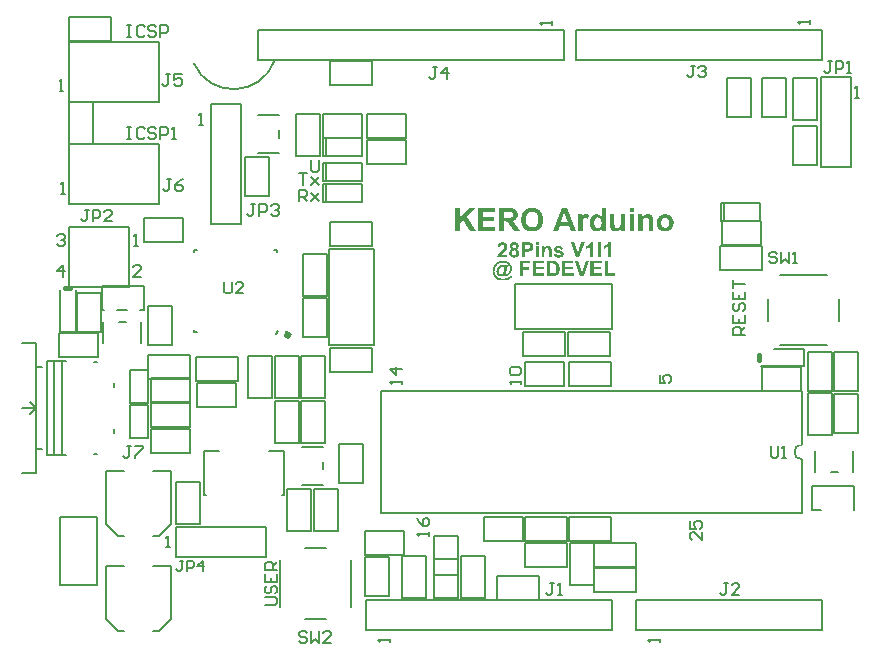
<source format=gto>
G04*
G04 #@! TF.GenerationSoftware,Altium Limited,Altium Designer,19.1.4 (82)*
G04*
G04 Layer_Color=65535*
%FSLAX44Y44*%
%MOMM*%
G71*
G01*
G75*
%ADD10C,0.5000*%
%ADD11C,0.2000*%
%ADD12C,0.4000*%
G36*
X410661Y339166D02*
X408203D01*
Y341429D01*
X410661D01*
Y339166D01*
D02*
G37*
G36*
X418756Y338074D02*
X418951Y338054D01*
X419185Y338015D01*
X419439Y337976D01*
X419693Y337898D01*
X419946Y337800D01*
X419985Y337781D01*
X420063Y337742D01*
X420180Y337683D01*
X420317Y337605D01*
X420492Y337488D01*
X420648Y337352D01*
X420824Y337215D01*
X420961Y337040D01*
X420980Y337020D01*
X421019Y336962D01*
X421078Y336864D01*
X421156Y336747D01*
X421234Y336591D01*
X421312Y336415D01*
X421390Y336220D01*
X421448Y336006D01*
Y335986D01*
X421468Y335908D01*
X421487Y335772D01*
X421526Y335596D01*
X421546Y335362D01*
X421565Y335069D01*
X421585Y334738D01*
Y334367D01*
Y328613D01*
X419127D01*
Y333333D01*
Y333353D01*
Y333392D01*
Y333470D01*
Y333567D01*
Y333704D01*
Y333840D01*
X419107Y334133D01*
X419088Y334465D01*
X419049Y334777D01*
X419010Y335050D01*
X418990Y335167D01*
X418951Y335265D01*
Y335284D01*
X418932Y335342D01*
X418893Y335420D01*
X418834Y335518D01*
X418678Y335752D01*
X418444Y335967D01*
X418425Y335986D01*
X418386Y336006D01*
X418307Y336045D01*
X418210Y336103D01*
X418093Y336142D01*
X417937Y336181D01*
X417781Y336201D01*
X417605Y336220D01*
X417488D01*
X417371Y336201D01*
X417215Y336181D01*
X417040Y336142D01*
X416844Y336064D01*
X416649Y335986D01*
X416454Y335869D01*
X416435Y335850D01*
X416376Y335811D01*
X416298Y335733D01*
X416181Y335616D01*
X416084Y335479D01*
X415967Y335323D01*
X415850Y335147D01*
X415772Y334933D01*
Y334913D01*
X415752Y334816D01*
X415713Y334679D01*
X415694Y334465D01*
X415674Y334328D01*
X415655Y334172D01*
X415635Y333997D01*
X415616Y333801D01*
Y333587D01*
X415596Y333353D01*
Y333080D01*
Y332807D01*
Y328613D01*
X413138D01*
Y337898D01*
X415420D01*
Y336532D01*
X415440Y336552D01*
X415479Y336591D01*
X415537Y336669D01*
X415635Y336786D01*
X415752Y336903D01*
X415908Y337020D01*
X416064Y337176D01*
X416259Y337313D01*
X416474Y337449D01*
X416688Y337605D01*
X416942Y337722D01*
X417215Y337859D01*
X417508Y337957D01*
X417800Y338035D01*
X418132Y338074D01*
X418464Y338093D01*
X418600D01*
X418756Y338074D01*
D02*
G37*
G36*
X427925D02*
X428120Y338054D01*
X428529Y338015D01*
X428978Y337937D01*
X429466Y337839D01*
X429895Y337683D01*
X430109Y337586D01*
X430285Y337469D01*
X430304D01*
X430324Y337449D01*
X430441Y337352D01*
X430597Y337215D01*
X430792Y337001D01*
X431007Y336747D01*
X431221Y336435D01*
X431416Y336084D01*
X431572Y335655D01*
X429251Y335225D01*
Y335245D01*
X429212Y335303D01*
X429173Y335401D01*
X429114Y335518D01*
X429036Y335655D01*
X428939Y335791D01*
X428822Y335928D01*
X428666Y336045D01*
X428646Y336064D01*
X428588Y336084D01*
X428490Y336142D01*
X428373Y336201D01*
X428198Y336240D01*
X428003Y336298D01*
X427769Y336318D01*
X427495Y336337D01*
X427339D01*
X427164Y336318D01*
X426949Y336298D01*
X426501Y336220D01*
X426286Y336162D01*
X426110Y336064D01*
X426091D01*
X426071Y336025D01*
X425974Y335928D01*
X425876Y335772D01*
X425857Y335674D01*
X425837Y335557D01*
Y335538D01*
Y335518D01*
X425876Y335401D01*
X425935Y335245D01*
X425993Y335187D01*
X426071Y335108D01*
X426091Y335089D01*
X426149Y335069D01*
X426286Y335011D01*
X426364Y334972D01*
X426481Y334933D01*
X426618Y334874D01*
X426774Y334835D01*
X426969Y334777D01*
X427183Y334699D01*
X427417Y334640D01*
X427691Y334562D01*
X428003Y334484D01*
X428354Y334406D01*
X428373D01*
X428432Y334387D01*
X428549Y334367D01*
X428666Y334328D01*
X428841Y334289D01*
X429017Y334231D01*
X429446Y334114D01*
X429895Y333957D01*
X430344Y333762D01*
X430753Y333548D01*
X430948Y333431D01*
X431104Y333314D01*
X431143Y333275D01*
X431221Y333197D01*
X431358Y333041D01*
X431494Y332846D01*
X431631Y332592D01*
X431768Y332260D01*
X431846Y331909D01*
X431885Y331480D01*
Y331461D01*
Y331422D01*
Y331363D01*
X431865Y331265D01*
X431846Y331168D01*
X431826Y331031D01*
X431748Y330739D01*
X431631Y330388D01*
X431436Y330017D01*
X431319Y329841D01*
X431163Y329646D01*
X431007Y329471D01*
X430812Y329295D01*
X430792D01*
X430773Y329256D01*
X430695Y329217D01*
X430617Y329159D01*
X430499Y329081D01*
X430363Y329003D01*
X430207Y328925D01*
X430031Y328847D01*
X429817Y328749D01*
X429583Y328671D01*
X429329Y328593D01*
X429036Y328515D01*
X428744Y328456D01*
X428412Y328418D01*
X428042Y328398D01*
X427671Y328378D01*
X427495D01*
X427359Y328398D01*
X427203D01*
X427008Y328418D01*
X426813Y328437D01*
X426579Y328476D01*
X426110Y328573D01*
X425603Y328691D01*
X425116Y328886D01*
X424667Y329139D01*
X424647D01*
X424628Y329178D01*
X424569Y329217D01*
X424491Y329276D01*
X424296Y329451D01*
X424082Y329685D01*
X423848Y329978D01*
X423614Y330349D01*
X423399Y330758D01*
X423243Y331227D01*
X425701Y331597D01*
Y331558D01*
X425740Y331480D01*
X425779Y331343D01*
X425837Y331188D01*
X425915Y331012D01*
X426032Y330836D01*
X426169Y330661D01*
X426325Y330505D01*
X426344Y330485D01*
X426423Y330446D01*
X426520Y330388D01*
X426676Y330329D01*
X426871Y330271D01*
X427105Y330212D01*
X427359Y330173D01*
X427671Y330154D01*
X427827D01*
X428003Y330173D01*
X428198Y330193D01*
X428432Y330232D01*
X428666Y330290D01*
X428900Y330368D01*
X429095Y330485D01*
X429114Y330505D01*
X429154Y330524D01*
X429193Y330583D01*
X429271Y330661D01*
X429368Y330875D01*
X429407Y331012D01*
X429427Y331148D01*
Y331168D01*
Y331207D01*
X429407Y331324D01*
X429349Y331461D01*
X429251Y331617D01*
X429212Y331656D01*
X429154Y331675D01*
X429076Y331734D01*
X428959Y331773D01*
X428822Y331831D01*
X428627Y331890D01*
X428412Y331948D01*
X428373D01*
X428276Y331987D01*
X428139Y332007D01*
X427944Y332065D01*
X427710Y332124D01*
X427437Y332182D01*
X427144Y332260D01*
X426832Y332338D01*
X426189Y332514D01*
X425876Y332612D01*
X425564Y332729D01*
X425291Y332826D01*
X425037Y332924D01*
X424823Y333041D01*
X424647Y333138D01*
X424628D01*
X424608Y333177D01*
X424472Y333275D01*
X424296Y333450D01*
X424101Y333684D01*
X423906Y333977D01*
X423731Y334348D01*
X423594Y334757D01*
X423574Y334991D01*
X423555Y335225D01*
Y335245D01*
Y335284D01*
Y335342D01*
X423574Y335420D01*
X423614Y335655D01*
X423672Y335928D01*
X423789Y336259D01*
X423945Y336591D01*
X424179Y336942D01*
X424335Y337098D01*
X424491Y337254D01*
X424511Y337274D01*
X424530Y337293D01*
X424589Y337332D01*
X424667Y337391D01*
X424784Y337449D01*
X424901Y337527D01*
X425057Y337605D01*
X425213Y337683D01*
X425408Y337761D01*
X425642Y337820D01*
X425876Y337898D01*
X426149Y337957D01*
X426442Y338015D01*
X426754Y338054D01*
X427086Y338093D01*
X427769D01*
X427925Y338074D01*
D02*
G37*
G36*
X445110Y328613D02*
X442321D01*
X437737Y341429D01*
X440526D01*
X443784Y331948D01*
X446905Y341429D01*
X449675Y341429D01*
X445110Y328613D01*
D02*
G37*
G36*
X471660Y328613D02*
X469202D01*
Y337859D01*
X469182Y337840D01*
X469143Y337800D01*
X469065Y337742D01*
X468968Y337644D01*
X468831Y337547D01*
X468675Y337430D01*
X468500Y337293D01*
X468285Y337157D01*
X468070Y337001D01*
X467817Y336845D01*
X467290Y336552D01*
X466685Y336259D01*
X466022Y336006D01*
Y338230D01*
X466042D01*
X466061Y338249D01*
X466120Y338269D01*
X466198Y338288D01*
X466393Y338366D01*
X466646Y338503D01*
X466959Y338659D01*
X467310Y338873D01*
X467700Y339107D01*
X468109Y339420D01*
X468129Y339439D01*
X468168Y339459D01*
X468227Y339517D01*
X468285Y339576D01*
X468480Y339751D01*
X468734Y340005D01*
X468987Y340297D01*
X469241Y340648D01*
X469475Y341039D01*
X469650Y341468D01*
X471660D01*
Y328613D01*
D02*
G37*
G36*
X463447D02*
X460853D01*
Y341429D01*
X463447D01*
Y328613D01*
D02*
G37*
G36*
X456737D02*
X454279D01*
Y337859D01*
X454259Y337840D01*
X454220Y337800D01*
X454142Y337742D01*
X454045Y337644D01*
X453908Y337547D01*
X453752Y337430D01*
X453577Y337293D01*
X453362Y337157D01*
X453147Y337001D01*
X452894Y336845D01*
X452367Y336552D01*
X451762Y336259D01*
X451099Y336006D01*
Y338230D01*
X451119D01*
X451138Y338249D01*
X451197Y338269D01*
X451275Y338288D01*
X451470Y338366D01*
X451723Y338503D01*
X452035Y338659D01*
X452387Y338873D01*
X452777Y339107D01*
X453186Y339420D01*
X453206Y339439D01*
X453245Y339459D01*
X453303Y339517D01*
X453362Y339576D01*
X453557Y339751D01*
X453811Y340005D01*
X454064Y340297D01*
X454318Y340648D01*
X454552Y341039D01*
X454728Y341468D01*
X456737D01*
Y328613D01*
D02*
G37*
G36*
X410661Y328613D02*
X408203D01*
Y337898D01*
X410661D01*
Y328613D01*
D02*
G37*
G36*
X401434Y341409D02*
X401687D01*
X402214Y341390D01*
X402721Y341351D01*
X402955Y341331D01*
X403170Y341292D01*
X403345Y341273D01*
X403502Y341234D01*
X403521D01*
X403560Y341214D01*
X403599Y341195D01*
X403677Y341175D01*
X403892Y341097D01*
X404145Y340961D01*
X404438Y340804D01*
X404730Y340570D01*
X405043Y340297D01*
X405335Y339966D01*
Y339946D01*
X405374Y339927D01*
X405413Y339868D01*
X405452Y339790D01*
X405511Y339693D01*
X405569Y339576D01*
X405725Y339302D01*
X405862Y338932D01*
X405979Y338503D01*
X406057Y338015D01*
X406096Y337469D01*
Y337449D01*
Y337410D01*
Y337352D01*
Y337274D01*
X406077Y337059D01*
X406037Y336786D01*
X405998Y336474D01*
X405920Y336142D01*
X405803Y335811D01*
X405667Y335499D01*
X405647Y335460D01*
X405589Y335362D01*
X405491Y335225D01*
X405374Y335050D01*
X405218Y334835D01*
X405023Y334621D01*
X404809Y334426D01*
X404575Y334231D01*
X404555Y334211D01*
X404457Y334153D01*
X404321Y334075D01*
X404165Y333997D01*
X403950Y333880D01*
X403736Y333782D01*
X403482Y333704D01*
X403228Y333626D01*
X403190D01*
X403131Y333606D01*
X403053D01*
X402955Y333587D01*
X402838Y333567D01*
X402702Y333548D01*
X402546D01*
X402370Y333528D01*
X402175Y333509D01*
X401960Y333489D01*
X401707Y333470D01*
X401453D01*
X401180Y333450D01*
X398878D01*
Y328613D01*
X396284D01*
Y341429D01*
X401200D01*
X401434Y341409D01*
D02*
G37*
G36*
X380366Y341448D02*
X380522Y341429D01*
X380717Y341409D01*
X380912Y341390D01*
X381146Y341331D01*
X381614Y341214D01*
X382122Y341039D01*
X382356Y340922D01*
X382609Y340785D01*
X382824Y340610D01*
X383038Y340434D01*
X383058Y340414D01*
X383078Y340395D01*
X383136Y340336D01*
X383214Y340258D01*
X383292Y340161D01*
X383390Y340024D01*
X383585Y339732D01*
X383780Y339361D01*
X383955Y338932D01*
X384092Y338444D01*
X384111Y338171D01*
X384131Y337898D01*
Y337859D01*
Y337761D01*
X384111Y337586D01*
X384092Y337371D01*
X384053Y337118D01*
X383994Y336845D01*
X383916Y336532D01*
X383819Y336240D01*
X383799Y336201D01*
X383760Y336103D01*
X383682Y335947D01*
X383585Y335752D01*
X383448Y335499D01*
X383273Y335225D01*
X383058Y334933D01*
X382824Y334621D01*
X382804Y334601D01*
X382746Y334523D01*
X382629Y334387D01*
X382453Y334211D01*
X382239Y333977D01*
X381946Y333684D01*
X381614Y333353D01*
X381205Y332982D01*
X381185Y332963D01*
X381146Y332943D01*
X381088Y332885D01*
X381029Y332807D01*
X380834Y332631D01*
X380600Y332397D01*
X380346Y332163D01*
X380112Y331929D01*
X379898Y331714D01*
X379820Y331636D01*
X379742Y331558D01*
X379722Y331539D01*
X379683Y331500D01*
X379625Y331441D01*
X379566Y331343D01*
X379391Y331148D01*
X379235Y330895D01*
X384131D01*
Y328613D01*
X375528D01*
Y328632D01*
Y328671D01*
X375548Y328749D01*
X375567Y328827D01*
X375587Y328944D01*
X375606Y329081D01*
X375684Y329393D01*
X375782Y329783D01*
X375938Y330193D01*
X376114Y330622D01*
X376348Y331051D01*
Y331070D01*
X376387Y331109D01*
X376426Y331168D01*
X376484Y331265D01*
X376582Y331382D01*
X376679Y331519D01*
X376816Y331695D01*
X376952Y331870D01*
X377128Y332085D01*
X377342Y332319D01*
X377557Y332573D01*
X377811Y332846D01*
X378103Y333138D01*
X378396Y333450D01*
X378747Y333782D01*
X379118Y334133D01*
X379137Y334153D01*
X379196Y334192D01*
X379274Y334289D01*
X379391Y334387D01*
X379508Y334504D01*
X379664Y334660D01*
X379995Y334972D01*
X380346Y335323D01*
X380678Y335674D01*
X380834Y335830D01*
X380971Y335967D01*
X381088Y336103D01*
X381166Y336220D01*
X381185Y336259D01*
X381244Y336357D01*
X381322Y336493D01*
X381419Y336688D01*
X381517Y336923D01*
X381595Y337176D01*
X381654Y337449D01*
X381673Y337722D01*
Y337761D01*
Y337859D01*
X381654Y338015D01*
X381614Y338191D01*
X381556Y338386D01*
X381478Y338600D01*
X381380Y338815D01*
X381224Y338990D01*
X381205Y339010D01*
X381146Y339068D01*
X381049Y339127D01*
X380912Y339224D01*
X380737Y339302D01*
X380522Y339361D01*
X380269Y339420D01*
X379995Y339439D01*
X379878D01*
X379722Y339420D01*
X379566Y339380D01*
X379371Y339322D01*
X379157Y339244D01*
X378961Y339127D01*
X378767Y338971D01*
X378747Y338951D01*
X378688Y338873D01*
X378630Y338776D01*
X378532Y338600D01*
X378454Y338386D01*
X378357Y338132D01*
X378298Y337800D01*
X378259Y337430D01*
X375821Y337664D01*
Y337683D01*
X375840Y337761D01*
Y337859D01*
X375879Y337995D01*
X375899Y338171D01*
X375957Y338347D01*
X375996Y338561D01*
X376074Y338795D01*
X376250Y339263D01*
X376484Y339751D01*
X376640Y339985D01*
X376796Y340200D01*
X376991Y340395D01*
X377186Y340570D01*
X377206Y340590D01*
X377245Y340610D01*
X377303Y340648D01*
X377401Y340707D01*
X377499Y340785D01*
X377635Y340863D01*
X377791Y340941D01*
X377986Y341019D01*
X378181Y341097D01*
X378396Y341175D01*
X378884Y341331D01*
X379430Y341429D01*
X379742Y341468D01*
X380229D01*
X380366Y341448D01*
D02*
G37*
G36*
X390217D02*
X390373D01*
X390549Y341429D01*
X390744Y341390D01*
X390959Y341351D01*
X391407Y341234D01*
X391875Y341078D01*
X392343Y340844D01*
X392558Y340687D01*
X392753Y340531D01*
X392773Y340512D01*
X392792Y340492D01*
X392851Y340434D01*
X392909Y340356D01*
X393065Y340161D01*
X393260Y339888D01*
X393455Y339537D01*
X393611Y339127D01*
X393728Y338678D01*
X393748Y338425D01*
X393768Y338152D01*
Y338112D01*
Y337995D01*
X393748Y337839D01*
X393709Y337625D01*
X393650Y337371D01*
X393572Y337118D01*
X393455Y336845D01*
X393299Y336572D01*
X393280Y336532D01*
X393221Y336454D01*
X393104Y336337D01*
X392968Y336181D01*
X392773Y336006D01*
X392558Y335830D01*
X392285Y335674D01*
X391992Y335518D01*
X392012D01*
X392031Y335499D01*
X392090Y335479D01*
X392168Y335440D01*
X392363Y335342D01*
X392597Y335206D01*
X392851Y335030D01*
X393124Y334816D01*
X393377Y334562D01*
X393611Y334270D01*
X393631Y334231D01*
X393709Y334133D01*
X393787Y333957D01*
X393904Y333723D01*
X394002Y333450D01*
X394099Y333119D01*
X394158Y332748D01*
X394177Y332358D01*
Y332338D01*
Y332280D01*
Y332182D01*
X394158Y332065D01*
X394138Y331909D01*
X394119Y331734D01*
X394080Y331539D01*
X394041Y331324D01*
X393904Y330875D01*
X393806Y330641D01*
X393689Y330388D01*
X393553Y330154D01*
X393416Y329920D01*
X393221Y329685D01*
X393026Y329471D01*
X393007Y329451D01*
X392968Y329432D01*
X392909Y329373D01*
X392812Y329295D01*
X392714Y329217D01*
X392578Y329120D01*
X392402Y329022D01*
X392226Y328925D01*
X392031Y328827D01*
X391797Y328730D01*
X391544Y328632D01*
X391290Y328554D01*
X390998Y328476D01*
X390685Y328418D01*
X390373Y328398D01*
X390022Y328378D01*
X389846D01*
X389729Y328398D01*
X389573D01*
X389398Y328437D01*
X389203Y328456D01*
X389008Y328495D01*
X388540Y328613D01*
X388052Y328769D01*
X387564Y329003D01*
X387330Y329139D01*
X387116Y329295D01*
X387096Y329315D01*
X387057Y329354D01*
X386998Y329412D01*
X386901Y329490D01*
X386803Y329607D01*
X386686Y329744D01*
X386569Y329900D01*
X386433Y330076D01*
X386316Y330271D01*
X386179Y330485D01*
X386062Y330739D01*
X385965Y330992D01*
X385867Y331285D01*
X385809Y331597D01*
X385770Y331909D01*
X385750Y332260D01*
Y332280D01*
Y332299D01*
Y332358D01*
Y332436D01*
X385770Y332631D01*
X385809Y332885D01*
X385867Y333177D01*
X385965Y333509D01*
X386082Y333840D01*
X386257Y334172D01*
Y334192D01*
X386277Y334211D01*
X386355Y334309D01*
X386472Y334484D01*
X386647Y334679D01*
X386881Y334894D01*
X387155Y335108D01*
X387486Y335323D01*
X387876Y335518D01*
X387857D01*
X387837Y335538D01*
X387720Y335596D01*
X387564Y335674D01*
X387350Y335811D01*
X387135Y335947D01*
X386901Y336142D01*
X386686Y336357D01*
X386511Y336610D01*
X386491Y336650D01*
X386452Y336727D01*
X386374Y336884D01*
X386296Y337059D01*
X386218Y337293D01*
X386140Y337566D01*
X386101Y337839D01*
X386082Y338152D01*
Y338171D01*
Y338210D01*
Y338288D01*
X386101Y338386D01*
X386121Y338522D01*
X386140Y338659D01*
X386199Y338990D01*
X386316Y339361D01*
X386511Y339771D01*
X386608Y339966D01*
X386745Y340161D01*
X386901Y340356D01*
X387076Y340531D01*
X387096Y340551D01*
X387116Y340570D01*
X387174Y340610D01*
X387252Y340687D01*
X387369Y340746D01*
X387486Y340824D01*
X387642Y340922D01*
X387798Y341000D01*
X387993Y341097D01*
X388208Y341175D01*
X388442Y341253D01*
X388696Y341331D01*
X388969Y341390D01*
X389261Y341429D01*
X389593Y341448D01*
X389925Y341468D01*
X390100D01*
X390217Y341448D01*
D02*
G37*
G36*
X448641Y312765D02*
X445852D01*
X441268Y325581D01*
X444057D01*
X447315Y316101D01*
X450436Y325581D01*
X453206D01*
X448641Y312765D01*
D02*
G37*
G36*
X380971Y325796D02*
X381166D01*
X381380Y325776D01*
X381634Y325737D01*
X381927Y325718D01*
X382219Y325659D01*
X382531Y325601D01*
X383195Y325445D01*
X383858Y325249D01*
X384189Y325113D01*
X384521Y324957D01*
X384541D01*
X384599Y324918D01*
X384677Y324859D01*
X384814Y324801D01*
X384950Y324703D01*
X385106Y324606D01*
X385496Y324333D01*
X385906Y323982D01*
X386355Y323572D01*
X386764Y323084D01*
X387135Y322519D01*
X387155Y322499D01*
X387174Y322440D01*
X387213Y322362D01*
X387272Y322245D01*
X387350Y322089D01*
X387428Y321914D01*
X387506Y321719D01*
X387603Y321504D01*
X387681Y321250D01*
X387759Y320977D01*
X387915Y320392D01*
X388013Y319748D01*
X388052Y319417D01*
Y319066D01*
Y319046D01*
Y318968D01*
Y318851D01*
X388032Y318695D01*
X388013Y318500D01*
X387974Y318266D01*
X387935Y318012D01*
X387876Y317720D01*
X387798Y317408D01*
X387720Y317096D01*
X387603Y316764D01*
X387467Y316413D01*
X387311Y316062D01*
X387116Y315711D01*
X386921Y315379D01*
X386667Y315028D01*
X386647Y315008D01*
X386589Y314930D01*
X386491Y314813D01*
X386355Y314677D01*
X386179Y314501D01*
X385984Y314306D01*
X385750Y314111D01*
X385477Y313896D01*
X385165Y313682D01*
X384833Y313487D01*
X384482Y313292D01*
X384092Y313116D01*
X383663Y312980D01*
X383214Y312862D01*
X382746Y312784D01*
X382258Y312765D01*
X382141D01*
X382005Y312784D01*
X381849Y312804D01*
X381497Y312882D01*
X381322Y312940D01*
X381166Y313018D01*
X381146Y313038D01*
X381107Y313057D01*
X381049Y313116D01*
X380971Y313214D01*
X380893Y313311D01*
X380795Y313448D01*
X380737Y313584D01*
X380678Y313760D01*
X380659Y313740D01*
X380639Y313721D01*
X380581Y313662D01*
X380503Y313604D01*
X380405Y313526D01*
X380288Y313448D01*
X379995Y313272D01*
X379644Y313077D01*
X379235Y312921D01*
X378786Y312804D01*
X378552Y312784D01*
X378298Y312765D01*
X378162D01*
X378064Y312784D01*
X377928Y312804D01*
X377791Y312823D01*
X377459Y312882D01*
X377069Y312999D01*
X376679Y313194D01*
X376484Y313292D01*
X376269Y313428D01*
X376074Y313584D01*
X375899Y313760D01*
X375879Y313779D01*
X375860Y313799D01*
X375821Y313857D01*
X375743Y313935D01*
X375684Y314033D01*
X375606Y314169D01*
X375509Y314306D01*
X375431Y314462D01*
X375255Y314852D01*
X375099Y315301D01*
X374982Y315828D01*
X374963Y316101D01*
X374943Y316413D01*
Y316432D01*
Y316510D01*
Y316608D01*
X374963Y316764D01*
X374982Y316939D01*
X375002Y317154D01*
X375041Y317388D01*
X375080Y317642D01*
X375158Y317934D01*
X375216Y318227D01*
X375314Y318539D01*
X375431Y318851D01*
X375567Y319183D01*
X375723Y319514D01*
X375899Y319846D01*
X376094Y320158D01*
X376114Y320178D01*
X376152Y320256D01*
X376231Y320353D01*
X376348Y320490D01*
X376484Y320646D01*
X376640Y320821D01*
X376835Y320997D01*
X377069Y321192D01*
X377303Y321387D01*
X377576Y321563D01*
X377869Y321738D01*
X378181Y321894D01*
X378532Y322031D01*
X378884Y322128D01*
X379274Y322206D01*
X379664Y322226D01*
X379820D01*
X379917Y322206D01*
X380054Y322187D01*
X380191Y322167D01*
X380542Y322070D01*
X380912Y321933D01*
X381107Y321836D01*
X381302Y321719D01*
X381478Y321582D01*
X381654Y321407D01*
X381810Y321231D01*
X381966Y321016D01*
X382180Y322011D01*
X384482D01*
X383175Y315730D01*
Y315711D01*
X383156Y315632D01*
X383136Y315535D01*
X383117Y315418D01*
X383078Y315164D01*
X383058Y315047D01*
Y314969D01*
Y314930D01*
X383078Y314852D01*
X383097Y314735D01*
X383156Y314638D01*
X383175Y314618D01*
X383214Y314599D01*
X383292Y314559D01*
X383390Y314540D01*
X383468D01*
X383546Y314559D01*
X383682Y314599D01*
X383838Y314657D01*
X384014Y314755D01*
X384229Y314872D01*
X384463Y315047D01*
X384482D01*
X384502Y315086D01*
X384619Y315164D01*
X384775Y315320D01*
X384989Y315515D01*
X385204Y315769D01*
X385457Y316081D01*
X385691Y316432D01*
X385906Y316822D01*
Y316842D01*
X385926Y316881D01*
X385965Y316939D01*
X386004Y317017D01*
X386043Y317115D01*
X386082Y317251D01*
X386199Y317544D01*
X386296Y317895D01*
X386394Y318285D01*
X386452Y318695D01*
X386472Y319144D01*
Y319163D01*
Y319241D01*
Y319358D01*
X386452Y319514D01*
X386433Y319690D01*
X386394Y319904D01*
X386335Y320139D01*
X386277Y320412D01*
X386199Y320685D01*
X386101Y320977D01*
X385965Y321270D01*
X385809Y321582D01*
X385633Y321875D01*
X385418Y322187D01*
X385184Y322480D01*
X384911Y322753D01*
X384892Y322772D01*
X384833Y322811D01*
X384755Y322889D01*
X384619Y322987D01*
X384463Y323084D01*
X384268Y323221D01*
X384053Y323357D01*
X383780Y323494D01*
X383487Y323630D01*
X383156Y323747D01*
X382804Y323884D01*
X382414Y323982D01*
X382005Y324079D01*
X381556Y324157D01*
X381068Y324196D01*
X380561Y324216D01*
X380327D01*
X380171Y324196D01*
X379956D01*
X379722Y324157D01*
X379469Y324138D01*
X379176Y324099D01*
X378552Y323982D01*
X377869Y323806D01*
X377537Y323689D01*
X377186Y323572D01*
X376855Y323416D01*
X376543Y323240D01*
X376523Y323221D01*
X376465Y323201D01*
X376387Y323143D01*
X376269Y323065D01*
X376133Y322967D01*
X375977Y322831D01*
X375801Y322694D01*
X375626Y322538D01*
X375431Y322343D01*
X375216Y322148D01*
X375021Y321914D01*
X374807Y321680D01*
X374416Y321133D01*
X374065Y320509D01*
Y320490D01*
X374026Y320431D01*
X373987Y320334D01*
X373929Y320197D01*
X373870Y320041D01*
X373812Y319846D01*
X373734Y319631D01*
X373656Y319397D01*
X373577Y319124D01*
X373499Y318851D01*
X373382Y318227D01*
X373285Y317564D01*
X373246Y316861D01*
Y316842D01*
Y316783D01*
Y316686D01*
X373265Y316549D01*
Y316393D01*
X373304Y316198D01*
X373324Y315984D01*
X373363Y315749D01*
X373480Y315223D01*
X373636Y314657D01*
X373870Y314091D01*
X374007Y313799D01*
X374163Y313506D01*
X374182Y313487D01*
X374202Y313448D01*
X374260Y313370D01*
X374338Y313253D01*
X374436Y313136D01*
X374553Y312999D01*
X374689Y312843D01*
X374846Y312667D01*
X375021Y312492D01*
X375216Y312316D01*
X375665Y311946D01*
X376191Y311594D01*
X376777Y311302D01*
X376796D01*
X376855Y311263D01*
X376952Y311243D01*
X377069Y311185D01*
X377225Y311146D01*
X377421Y311087D01*
X377635Y311009D01*
X377889Y310951D01*
X378162Y310892D01*
X378454Y310814D01*
X378767Y310756D01*
X379098Y310717D01*
X379839Y310639D01*
X380620Y310600D01*
X380815D01*
X380971Y310619D01*
X381146D01*
X381361Y310639D01*
X381595Y310658D01*
X381849Y310678D01*
X382414Y310736D01*
X383019Y310853D01*
X383624Y310990D01*
X384209Y311185D01*
X384229D01*
X384268Y311204D01*
X384346Y311243D01*
X384463Y311302D01*
X384580Y311360D01*
X384736Y311438D01*
X385087Y311633D01*
X385457Y311868D01*
X385867Y312180D01*
X386277Y312531D01*
X386647Y312940D01*
X388520D01*
Y312921D01*
X388481Y312862D01*
X388423Y312765D01*
X388364Y312648D01*
X388266Y312492D01*
X388149Y312336D01*
X388013Y312141D01*
X387857Y311926D01*
X387681Y311712D01*
X387486Y311477D01*
X387252Y311263D01*
X387018Y311029D01*
X386745Y310795D01*
X386472Y310580D01*
X386160Y310366D01*
X385828Y310170D01*
X385809Y310151D01*
X385731Y310112D01*
X385614Y310053D01*
X385457Y309995D01*
X385262Y309897D01*
X385009Y309800D01*
X384736Y309702D01*
X384423Y309585D01*
X384072Y309468D01*
X383682Y309371D01*
X383273Y309273D01*
X382824Y309176D01*
X382356Y309117D01*
X381849Y309058D01*
X381322Y309020D01*
X380776Y309000D01*
X380503D01*
X380288Y309020D01*
X380034Y309039D01*
X379761Y309058D01*
X379430Y309078D01*
X379079Y309117D01*
X378688Y309176D01*
X378279Y309234D01*
X377459Y309410D01*
X377030Y309527D01*
X376601Y309663D01*
X376191Y309800D01*
X375782Y309975D01*
X375762Y309995D01*
X375684Y310014D01*
X375587Y310073D01*
X375450Y310151D01*
X375275Y310268D01*
X375060Y310385D01*
X374846Y310522D01*
X374611Y310697D01*
X374358Y310892D01*
X374104Y311107D01*
X373851Y311341D01*
X373597Y311594D01*
X373343Y311868D01*
X373109Y312180D01*
X372875Y312492D01*
X372680Y312843D01*
X372661Y312862D01*
X372641Y312921D01*
X372583Y313038D01*
X372524Y313174D01*
X372446Y313350D01*
X372368Y313565D01*
X372271Y313799D01*
X372173Y314072D01*
X372076Y314364D01*
X371978Y314677D01*
X371900Y315028D01*
X371822Y315379D01*
X371705Y316159D01*
X371685Y316569D01*
X371666Y316978D01*
Y316998D01*
Y317096D01*
Y317213D01*
X371685Y317388D01*
X371705Y317622D01*
X371724Y317876D01*
X371763Y318149D01*
X371802Y318480D01*
X371880Y318812D01*
X371939Y319183D01*
X372037Y319553D01*
X372154Y319944D01*
X372290Y320353D01*
X372446Y320763D01*
X372622Y321153D01*
X372817Y321563D01*
X372836Y321582D01*
X372875Y321660D01*
X372934Y321758D01*
X373031Y321914D01*
X373148Y322089D01*
X373285Y322284D01*
X373461Y322519D01*
X373656Y322753D01*
X373870Y323006D01*
X374104Y323279D01*
X374377Y323533D01*
X374650Y323806D01*
X374963Y324059D01*
X375275Y324313D01*
X375626Y324528D01*
X375996Y324742D01*
X376016Y324762D01*
X376094Y324781D01*
X376191Y324840D01*
X376348Y324918D01*
X376543Y324996D01*
X376777Y325074D01*
X377030Y325172D01*
X377323Y325289D01*
X377654Y325386D01*
X378006Y325484D01*
X378376Y325562D01*
X378786Y325640D01*
X379215Y325718D01*
X379664Y325776D01*
X380112Y325796D01*
X380600Y325815D01*
X380815D01*
X380971Y325796D01*
D02*
G37*
G36*
X469104Y314930D02*
X475522D01*
Y312765D01*
X466510D01*
Y325464D01*
X469104D01*
Y314930D01*
D02*
G37*
G36*
X463993Y323416D02*
X457107D01*
Y320568D01*
X463506D01*
Y318403D01*
X457107D01*
Y314930D01*
X464247D01*
Y312765D01*
X454513D01*
Y325581D01*
X463993D01*
Y323416D01*
D02*
G37*
G36*
X440117Y323416D02*
X433231D01*
Y320568D01*
X439629D01*
Y318403D01*
X433231D01*
Y314930D01*
X440370D01*
Y312765D01*
X430636D01*
Y325581D01*
X440117D01*
Y323416D01*
D02*
G37*
G36*
X422970Y325562D02*
X423321Y325542D01*
X423731Y325523D01*
X424121Y325484D01*
X424511Y325406D01*
X424862Y325327D01*
X424882D01*
X424921Y325308D01*
X424979Y325289D01*
X425057Y325269D01*
X425252Y325172D01*
X425525Y325054D01*
X425818Y324898D01*
X426130Y324684D01*
X426462Y324430D01*
X426774Y324138D01*
X426793D01*
X426813Y324099D01*
X426910Y323982D01*
X427047Y323806D01*
X427242Y323572D01*
X427437Y323260D01*
X427632Y322909D01*
X427827Y322519D01*
X428003Y322070D01*
Y322050D01*
X428022Y322011D01*
X428042Y321953D01*
X428061Y321855D01*
X428100Y321738D01*
X428139Y321582D01*
X428178Y321426D01*
X428217Y321231D01*
X428256Y321016D01*
X428295Y320802D01*
X428373Y320275D01*
X428412Y319690D01*
X428432Y319046D01*
Y319027D01*
Y318968D01*
Y318890D01*
Y318773D01*
X428412Y318636D01*
Y318480D01*
X428373Y318110D01*
X428334Y317681D01*
X428256Y317232D01*
X428159Y316764D01*
X428022Y316315D01*
Y316296D01*
X428003Y316257D01*
X427983Y316179D01*
X427944Y316081D01*
X427886Y315964D01*
X427827Y315828D01*
X427671Y315515D01*
X427476Y315145D01*
X427242Y314774D01*
X426969Y314403D01*
X426657Y314052D01*
X426618Y314033D01*
X426540Y313935D01*
X426384Y313818D01*
X426189Y313682D01*
X425915Y313506D01*
X425603Y313331D01*
X425252Y313174D01*
X424842Y313018D01*
X424803Y312999D01*
X424686Y312980D01*
X424511Y312940D01*
X424238Y312901D01*
X423926Y312843D01*
X423535Y312804D01*
X423067Y312784D01*
X422560Y312765D01*
X417722D01*
Y325581D01*
X422814D01*
X422970Y325562D01*
D02*
G37*
G36*
X415264Y323416D02*
X408378D01*
Y320568D01*
X414777D01*
Y318403D01*
X408378D01*
Y314930D01*
X415518D01*
Y312765D01*
X405784D01*
Y325581D01*
X415264D01*
Y323416D01*
D02*
G37*
G36*
X403638D02*
X397454D01*
Y320373D01*
X402799D01*
Y318207D01*
X397454D01*
Y312765D01*
X394860D01*
Y325581D01*
X403638D01*
Y323416D01*
D02*
G37*
G36*
X491292Y366844D02*
X487603D01*
Y370241D01*
X491292D01*
Y366844D01*
D02*
G37*
G36*
X467571Y351000D02*
X464144D01*
Y353021D01*
X464115Y352962D01*
X463998Y352816D01*
X463793Y352611D01*
X463559Y352347D01*
X463266Y352084D01*
X462914Y351762D01*
X462533Y351498D01*
X462094Y351234D01*
X462036Y351205D01*
X461889Y351146D01*
X461684Y351059D01*
X461391Y350941D01*
X461040Y350824D01*
X460630Y350736D01*
X460220Y350678D01*
X459781Y350649D01*
X459546D01*
X459371Y350678D01*
X459166Y350707D01*
X458931Y350766D01*
X458375Y350883D01*
X457730Y351117D01*
X457379Y351264D01*
X457028Y351469D01*
X456676Y351674D01*
X456354Y351937D01*
X456003Y352230D01*
X455681Y352581D01*
X455651Y352611D01*
X455622Y352669D01*
X455534Y352786D01*
X455417Y352933D01*
X455300Y353138D01*
X455153Y353372D01*
X454978Y353665D01*
X454831Y353987D01*
X454685Y354339D01*
X454509Y354749D01*
X454363Y355188D01*
X454245Y355686D01*
X454128Y356184D01*
X454070Y356740D01*
X454011Y357355D01*
X453982Y357970D01*
Y357999D01*
Y358117D01*
Y358322D01*
X454011Y358556D01*
X454040Y358849D01*
X454070Y359200D01*
X454128Y359581D01*
X454187Y359962D01*
X454392Y360840D01*
X454685Y361748D01*
X454860Y362187D01*
X455095Y362597D01*
X455329Y363007D01*
X455622Y363359D01*
X455651Y363388D01*
X455710Y363447D01*
X455798Y363535D01*
X455915Y363652D01*
X456091Y363798D01*
X456296Y363945D01*
X456530Y364120D01*
X456764Y364296D01*
X457057Y364472D01*
X457379Y364647D01*
X458111Y364940D01*
X458492Y365057D01*
X458931Y365145D01*
X459371Y365204D01*
X459839Y365233D01*
X460073D01*
X460220Y365204D01*
X460425Y365174D01*
X460659Y365116D01*
X461216Y364999D01*
X461831Y364765D01*
X462182Y364589D01*
X462533Y364413D01*
X462856Y364179D01*
X463207Y363915D01*
X463559Y363622D01*
X463881Y363271D01*
Y370241D01*
X467571D01*
Y351000D01*
D02*
G37*
G36*
X451229Y365204D02*
X451551Y365145D01*
X451903Y365057D01*
X452342Y364940D01*
X452781Y364765D01*
X453220Y364530D01*
X452078Y361309D01*
X452049Y361338D01*
X451932Y361397D01*
X451727Y361514D01*
X451522Y361631D01*
X451229Y361719D01*
X450936Y361836D01*
X450643Y361894D01*
X450321Y361924D01*
X450204D01*
X450057Y361894D01*
X449882Y361865D01*
X449677Y361807D01*
X449442Y361748D01*
X449208Y361631D01*
X449003Y361484D01*
X448974Y361455D01*
X448915Y361397D01*
X448828Y361279D01*
X448710Y361133D01*
X448564Y360928D01*
X448418Y360635D01*
X448271Y360313D01*
X448154Y359932D01*
Y359874D01*
X448125Y359815D01*
X448095Y359698D01*
Y359581D01*
X448066Y359405D01*
X448037Y359171D01*
X448008Y358937D01*
X447978Y358644D01*
X447949Y358322D01*
X447920Y357941D01*
Y357501D01*
X447890Y357033D01*
X447861Y356506D01*
Y355920D01*
Y355276D01*
Y351000D01*
X444171D01*
Y364940D01*
X447598D01*
Y362978D01*
X447627Y363007D01*
X447744Y363183D01*
X447920Y363417D01*
X448125Y363710D01*
X448359Y364032D01*
X448623Y364325D01*
X448915Y364589D01*
X449179Y364794D01*
X449208Y364823D01*
X449296Y364852D01*
X449442Y364940D01*
X449647Y365028D01*
X449882Y365087D01*
X450145Y365174D01*
X450438Y365204D01*
X450760Y365233D01*
X450965D01*
X451229Y365204D01*
D02*
G37*
G36*
X503446D02*
X503739Y365174D01*
X504091Y365116D01*
X504471Y365057D01*
X504852Y364940D01*
X505233Y364794D01*
X505291Y364765D01*
X505409Y364706D01*
X505584Y364618D01*
X505789Y364501D01*
X506053Y364325D01*
X506287Y364120D01*
X506551Y363915D01*
X506756Y363652D01*
X506785Y363622D01*
X506843Y363535D01*
X506931Y363388D01*
X507048Y363212D01*
X507166Y362978D01*
X507283Y362715D01*
X507400Y362422D01*
X507488Y362099D01*
Y362070D01*
X507517Y361953D01*
X507546Y361748D01*
X507605Y361484D01*
X507634Y361133D01*
X507663Y360694D01*
X507693Y360196D01*
Y359639D01*
Y351000D01*
X504003D01*
Y358087D01*
Y358117D01*
Y358175D01*
Y358292D01*
Y358439D01*
Y358644D01*
Y358849D01*
X503973Y359288D01*
X503944Y359786D01*
X503886Y360254D01*
X503827Y360664D01*
X503798Y360840D01*
X503739Y360987D01*
Y361016D01*
X503710Y361104D01*
X503651Y361221D01*
X503563Y361367D01*
X503329Y361719D01*
X502978Y362041D01*
X502948Y362070D01*
X502890Y362099D01*
X502773Y362158D01*
X502626Y362246D01*
X502451Y362304D01*
X502216Y362363D01*
X501982Y362392D01*
X501718Y362422D01*
X501543D01*
X501367Y362392D01*
X501133Y362363D01*
X500869Y362304D01*
X500576Y362187D01*
X500283Y362070D01*
X499991Y361894D01*
X499961Y361865D01*
X499873Y361807D01*
X499756Y361689D01*
X499580Y361514D01*
X499434Y361309D01*
X499258Y361074D01*
X499083Y360811D01*
X498965Y360489D01*
Y360460D01*
X498936Y360313D01*
X498878Y360108D01*
X498848Y359786D01*
X498819Y359581D01*
X498790Y359347D01*
X498760Y359083D01*
X498731Y358790D01*
Y358468D01*
X498702Y358117D01*
Y357706D01*
Y357296D01*
Y351000D01*
X495012D01*
Y364940D01*
X498438D01*
Y362890D01*
X498468Y362920D01*
X498526Y362978D01*
X498614Y363095D01*
X498760Y363271D01*
X498936Y363447D01*
X499170Y363622D01*
X499405Y363857D01*
X499698Y364062D01*
X500020Y364267D01*
X500342Y364501D01*
X500723Y364677D01*
X501133Y364882D01*
X501572Y365028D01*
X502011Y365145D01*
X502509Y365204D01*
X503007Y365233D01*
X503212D01*
X503446Y365204D01*
D02*
G37*
G36*
X349694Y362744D02*
X357308Y351000D01*
X352300D01*
X346999Y360020D01*
X343895Y356799D01*
Y351000D01*
X340000D01*
Y370241D01*
X343895D01*
Y361719D01*
X351715Y370241D01*
X356927D01*
X349694Y362744D01*
D02*
G37*
G36*
X483795Y351000D02*
X480369D01*
Y353079D01*
X480340Y353021D01*
X480222Y352904D01*
X480076Y352699D01*
X479842Y352435D01*
X479549Y352142D01*
X479197Y351849D01*
X478787Y351556D01*
X478348Y351293D01*
X478289Y351264D01*
X478143Y351205D01*
X477879Y351088D01*
X477557Y350971D01*
X477177Y350854D01*
X476737Y350736D01*
X476239Y350678D01*
X475742Y350649D01*
X475507D01*
X475244Y350678D01*
X474892Y350736D01*
X474511Y350795D01*
X474101Y350912D01*
X473662Y351059D01*
X473223Y351264D01*
X473164Y351293D01*
X473047Y351381D01*
X472842Y351527D01*
X472608Y351703D01*
X472344Y351967D01*
X472081Y352259D01*
X471817Y352611D01*
X471612Y352991D01*
X471583Y353050D01*
X471554Y353196D01*
X471466Y353460D01*
X471378Y353811D01*
X471290Y354251D01*
X471231Y354778D01*
X471173Y355393D01*
X471144Y356096D01*
Y364940D01*
X474834D01*
Y358497D01*
Y358468D01*
Y358380D01*
Y358234D01*
Y358029D01*
Y357794D01*
Y357531D01*
X474863Y356945D01*
Y356301D01*
X474921Y355715D01*
Y355452D01*
X474951Y355217D01*
X474980Y355012D01*
X475009Y354866D01*
Y354837D01*
X475039Y354749D01*
X475097Y354632D01*
X475185Y354485D01*
X475419Y354163D01*
X475566Y353987D01*
X475742Y353841D01*
X475771Y353811D01*
X475829Y353782D01*
X475976Y353724D01*
X476122Y353665D01*
X476327Y353577D01*
X476562Y353519D01*
X476825Y353489D01*
X477118Y353460D01*
X477264D01*
X477440Y353489D01*
X477674Y353519D01*
X477938Y353577D01*
X478231Y353665D01*
X478494Y353782D01*
X478787Y353958D01*
X478817Y353987D01*
X478904Y354046D01*
X479051Y354163D01*
X479197Y354309D01*
X479373Y354514D01*
X479549Y354719D01*
X479695Y354983D01*
X479812Y355247D01*
Y355276D01*
X479871Y355422D01*
Y355510D01*
X479900Y355657D01*
X479930Y355832D01*
X479959Y356008D01*
X479988Y356242D01*
X480017Y356506D01*
X480047Y356828D01*
Y357179D01*
X480076Y357560D01*
X480105Y357999D01*
Y358497D01*
Y359024D01*
Y364940D01*
X483795D01*
Y351000D01*
D02*
G37*
G36*
X491292D02*
X487603D01*
Y364940D01*
X491292D01*
Y351000D01*
D02*
G37*
G36*
X442326D02*
X438109D01*
X436469Y355364D01*
X428708D01*
X427127Y351000D01*
X423026D01*
X430494Y370241D01*
X434594D01*
X442326Y351000D01*
D02*
G37*
G36*
X386126Y370212D02*
X386741D01*
X387063Y370182D01*
X387795Y370124D01*
X388527Y370007D01*
X389230Y369890D01*
X389552Y369802D01*
X389816Y369714D01*
X389845D01*
X389874Y369685D01*
X390050Y369626D01*
X390314Y369480D01*
X390636Y369275D01*
X390987Y369011D01*
X391368Y368689D01*
X391719Y368308D01*
X392071Y367840D01*
X392100Y367781D01*
X392217Y367605D01*
X392334Y367342D01*
X392510Y366961D01*
X392657Y366522D01*
X392803Y366024D01*
X392891Y365438D01*
X392920Y364823D01*
Y364794D01*
Y364735D01*
Y364618D01*
X392891Y364472D01*
Y364267D01*
X392862Y364062D01*
X392774Y363564D01*
X392598Y363007D01*
X392364Y362392D01*
X392071Y361807D01*
X391866Y361514D01*
X391632Y361250D01*
Y361221D01*
X391573Y361192D01*
X391485Y361133D01*
X391397Y361016D01*
X391251Y360928D01*
X391104Y360782D01*
X390899Y360635D01*
X390694Y360489D01*
X390431Y360342D01*
X390167Y360196D01*
X389845Y360049D01*
X389494Y359903D01*
X389142Y359757D01*
X388732Y359639D01*
X388322Y359552D01*
X387854Y359464D01*
X387883D01*
X387912Y359434D01*
X388059Y359347D01*
X388293Y359200D01*
X388586Y358995D01*
X388908Y358761D01*
X389259Y358468D01*
X389611Y358175D01*
X389933Y357853D01*
X389962Y357824D01*
X390079Y357677D01*
X390255Y357472D01*
X390519Y357150D01*
X390841Y356711D01*
X391192Y356184D01*
X391427Y355862D01*
X391632Y355510D01*
X391866Y355159D01*
X392129Y354749D01*
X394472Y351000D01*
X389816D01*
X387063Y355159D01*
X387034Y355188D01*
X387004Y355247D01*
X386917Y355364D01*
X386829Y355510D01*
X386712Y355715D01*
X386565Y355891D01*
X386243Y356359D01*
X385921Y356857D01*
X385569Y357296D01*
X385247Y357706D01*
X385130Y357882D01*
X385013Y357999D01*
X384984Y358029D01*
X384925Y358087D01*
X384808Y358204D01*
X384661Y358322D01*
X384281Y358585D01*
X384076Y358702D01*
X383841Y358790D01*
X383812D01*
X383724Y358819D01*
X383578Y358878D01*
X383373Y358907D01*
X383109Y358966D01*
X382787Y358995D01*
X382377Y359024D01*
X381147D01*
Y351000D01*
X377252D01*
Y370241D01*
X385862D01*
X386126Y370212D01*
D02*
G37*
G36*
X373562Y366990D02*
X363224D01*
Y362715D01*
X372830D01*
Y359464D01*
X363224D01*
Y354251D01*
X373943D01*
Y351000D01*
X359329D01*
Y370241D01*
X373562D01*
Y366990D01*
D02*
G37*
G36*
X518294Y365204D02*
X518558Y365174D01*
X518880Y365116D01*
X519202Y365057D01*
X519583Y364969D01*
X519993Y364852D01*
X520403Y364735D01*
X520842Y364560D01*
X521252Y364355D01*
X521692Y364120D01*
X522131Y363827D01*
X522541Y363535D01*
X522922Y363154D01*
X522951Y363125D01*
X523009Y363066D01*
X523097Y362949D01*
X523244Y362773D01*
X523390Y362597D01*
X523566Y362334D01*
X523742Y362070D01*
X523947Y361748D01*
X524122Y361367D01*
X524298Y360987D01*
X524474Y360547D01*
X524620Y360108D01*
X524767Y359610D01*
X524855Y359083D01*
X524913Y358556D01*
X524942Y357970D01*
Y357941D01*
Y357824D01*
Y357677D01*
X524913Y357443D01*
X524884Y357179D01*
X524825Y356857D01*
X524767Y356506D01*
X524679Y356125D01*
X524591Y355715D01*
X524445Y355305D01*
X524269Y354866D01*
X524093Y354426D01*
X523829Y353987D01*
X523566Y353548D01*
X523244Y353138D01*
X522892Y352728D01*
X522863Y352699D01*
X522804Y352640D01*
X522687Y352523D01*
X522541Y352406D01*
X522336Y352259D01*
X522102Y352084D01*
X521809Y351879D01*
X521487Y351703D01*
X521135Y351498D01*
X520754Y351293D01*
X520344Y351117D01*
X519876Y350971D01*
X519407Y350854D01*
X518880Y350736D01*
X518324Y350678D01*
X517767Y350649D01*
X517445D01*
X517269Y350678D01*
X517064Y350707D01*
X516596Y350766D01*
X516039Y350854D01*
X515424Y351000D01*
X514780Y351205D01*
X514136Y351498D01*
X514106D01*
X514048Y351527D01*
X513960Y351586D01*
X513843Y351674D01*
X513550Y351879D01*
X513169Y352142D01*
X512730Y352494D01*
X512291Y352933D01*
X511881Y353460D01*
X511500Y354046D01*
Y354075D01*
X511471Y354134D01*
X511412Y354221D01*
X511354Y354339D01*
X511295Y354514D01*
X511236Y354690D01*
X511149Y354924D01*
X511061Y355188D01*
X510914Y355774D01*
X510768Y356477D01*
X510651Y357267D01*
X510621Y358117D01*
Y358146D01*
Y358204D01*
Y358292D01*
X510651Y358439D01*
Y358585D01*
X510680Y358790D01*
X510739Y359259D01*
X510826Y359815D01*
X511002Y360401D01*
X511207Y361045D01*
X511500Y361689D01*
Y361719D01*
X511529Y361777D01*
X511588Y361865D01*
X511676Y361982D01*
X511881Y362275D01*
X512174Y362656D01*
X512525Y363095D01*
X512964Y363535D01*
X513462Y363945D01*
X514048Y364325D01*
X514077D01*
X514136Y364355D01*
X514224Y364413D01*
X514341Y364472D01*
X514487Y364530D01*
X514692Y364618D01*
X515131Y364794D01*
X515688Y364940D01*
X516332Y365087D01*
X517006Y365204D01*
X517767Y365233D01*
X518060D01*
X518294Y365204D01*
D02*
G37*
G36*
X405542Y370534D02*
X405835D01*
X406187Y370475D01*
X406597Y370417D01*
X407065Y370329D01*
X407563Y370241D01*
X408120Y370095D01*
X408647Y369919D01*
X409233Y369685D01*
X409789Y369450D01*
X410345Y369128D01*
X410902Y368777D01*
X411429Y368367D01*
X411927Y367898D01*
X411956Y367869D01*
X412044Y367781D01*
X412161Y367635D01*
X412337Y367400D01*
X412513Y367137D01*
X412747Y366815D01*
X412952Y366434D01*
X413215Y365994D01*
X413450Y365497D01*
X413684Y364940D01*
X413889Y364355D01*
X414065Y363710D01*
X414240Y363007D01*
X414358Y362246D01*
X414445Y361426D01*
X414475Y360577D01*
Y360518D01*
Y360372D01*
X414445Y360137D01*
Y359815D01*
X414387Y359405D01*
X414328Y358966D01*
X414270Y358439D01*
X414153Y357912D01*
X414035Y357326D01*
X413860Y356740D01*
X413655Y356125D01*
X413391Y355510D01*
X413098Y354924D01*
X412776Y354339D01*
X412366Y353782D01*
X411927Y353255D01*
X411898Y353226D01*
X411810Y353138D01*
X411663Y353021D01*
X411458Y352845D01*
X411224Y352640D01*
X410902Y352435D01*
X410550Y352201D01*
X410140Y351967D01*
X409672Y351703D01*
X409174Y351469D01*
X408618Y351264D01*
X408003Y351059D01*
X407358Y350883D01*
X406685Y350766D01*
X405952Y350678D01*
X405162Y350649D01*
X404986D01*
X404752Y350678D01*
X404459D01*
X404108Y350736D01*
X403668Y350795D01*
X403200Y350854D01*
X402702Y350971D01*
X402175Y351117D01*
X401618Y351293D01*
X401062Y351498D01*
X400505Y351762D01*
X399920Y352054D01*
X399392Y352406D01*
X398865Y352786D01*
X398367Y353255D01*
X398338Y353284D01*
X398250Y353372D01*
X398133Y353519D01*
X397987Y353724D01*
X397782Y353987D01*
X397577Y354309D01*
X397342Y354690D01*
X397108Y355129D01*
X396874Y355627D01*
X396640Y356154D01*
X396435Y356740D01*
X396230Y357384D01*
X396083Y358087D01*
X395966Y358819D01*
X395878Y359610D01*
X395849Y360460D01*
Y360489D01*
Y360606D01*
Y360752D01*
Y360957D01*
X395878Y361221D01*
X395907Y361514D01*
Y361836D01*
X395966Y362187D01*
X396054Y362978D01*
X396200Y363798D01*
X396405Y364618D01*
X396698Y365409D01*
Y365438D01*
X396727Y365467D01*
X396815Y365643D01*
X396962Y365936D01*
X397167Y366287D01*
X397430Y366697D01*
X397723Y367137D01*
X398104Y367605D01*
X398484Y368045D01*
X398543Y368103D01*
X398690Y368250D01*
X398924Y368455D01*
X399217Y368689D01*
X399597Y368982D01*
X400007Y369275D01*
X400476Y369538D01*
X400974Y369772D01*
X401003D01*
X401062Y369802D01*
X401150Y369860D01*
X401296Y369890D01*
X401472Y369948D01*
X401677Y370036D01*
X401911Y370095D01*
X402175Y370182D01*
X402790Y370300D01*
X403493Y370446D01*
X404283Y370534D01*
X405132Y370563D01*
X405308D01*
X405542Y370534D01*
D02*
G37*
%LPC*%
G36*
X400810Y339263D02*
X398878D01*
Y335616D01*
X400653D01*
X400790Y335635D01*
X401102D01*
X401453Y335655D01*
X401785Y335694D01*
X402078Y335752D01*
X402214Y335772D01*
X402312Y335811D01*
X402331Y335830D01*
X402390Y335850D01*
X402487Y335889D01*
X402604Y335967D01*
X402741Y336045D01*
X402877Y336162D01*
X403014Y336279D01*
X403131Y336435D01*
X403150Y336454D01*
X403170Y336513D01*
X403228Y336610D01*
X403287Y336727D01*
X403326Y336864D01*
X403385Y337040D01*
X403404Y337235D01*
X403424Y337430D01*
Y337469D01*
Y337547D01*
X403404Y337683D01*
X403365Y337839D01*
X403326Y338015D01*
X403248Y338210D01*
X403150Y338405D01*
X403014Y338581D01*
X402994Y338600D01*
X402936Y338659D01*
X402858Y338737D01*
X402721Y338834D01*
X402585Y338932D01*
X402390Y339029D01*
X402195Y339107D01*
X401960Y339166D01*
X401941D01*
X401863Y339185D01*
X401746Y339205D01*
X401570Y339224D01*
X401317D01*
X400985Y339244D01*
X400810Y339263D01*
D02*
G37*
G36*
X389944Y339517D02*
X389827D01*
X389691Y339497D01*
X389534Y339459D01*
X389359Y339420D01*
X389164Y339342D01*
X388988Y339224D01*
X388813Y339088D01*
X388793Y339068D01*
X388754Y339010D01*
X388676Y338912D01*
X388618Y338795D01*
X388540Y338639D01*
X388461Y338444D01*
X388423Y338230D01*
X388403Y337976D01*
Y337937D01*
Y337859D01*
X388423Y337722D01*
X388461Y337566D01*
X388501Y337391D01*
X388579Y337196D01*
X388676Y337020D01*
X388813Y336845D01*
X388832Y336825D01*
X388891Y336786D01*
X388988Y336708D01*
X389105Y336650D01*
X389261Y336572D01*
X389456Y336493D01*
X389671Y336454D01*
X389925Y336435D01*
X390042D01*
X390159Y336454D01*
X390315Y336493D01*
X390490Y336532D01*
X390685Y336610D01*
X390861Y336708D01*
X391036Y336845D01*
X391056Y336864D01*
X391095Y336923D01*
X391173Y337020D01*
X391251Y337137D01*
X391329Y337313D01*
X391407Y337508D01*
X391446Y337742D01*
X391466Y337995D01*
Y338035D01*
Y338112D01*
X391446Y338230D01*
X391407Y338386D01*
X391368Y338561D01*
X391290Y338737D01*
X391173Y338932D01*
X391036Y339088D01*
X391017Y339107D01*
X390959Y339146D01*
X390880Y339224D01*
X390744Y339302D01*
X390588Y339380D01*
X390412Y339459D01*
X390178Y339497D01*
X389944Y339517D01*
D02*
G37*
G36*
Y334484D02*
X389788D01*
X389632Y334445D01*
X389437Y334406D01*
X389222Y334328D01*
X389008Y334231D01*
X388793Y334075D01*
X388598Y333860D01*
X388579Y333840D01*
X388540Y333743D01*
X388461Y333626D01*
X388383Y333450D01*
X388306Y333255D01*
X388227Y333021D01*
X388188Y332768D01*
X388169Y332495D01*
Y332475D01*
Y332455D01*
Y332319D01*
X388188Y332143D01*
X388227Y331909D01*
X388286Y331656D01*
X388383Y331402D01*
X388501Y331148D01*
X388676Y330914D01*
X388696Y330895D01*
X388774Y330836D01*
X388891Y330739D01*
X389047Y330641D01*
X389222Y330524D01*
X389456Y330446D01*
X389710Y330368D01*
X389983Y330349D01*
X390120D01*
X390256Y330388D01*
X390432Y330427D01*
X390627Y330485D01*
X390841Y330583D01*
X391056Y330719D01*
X391251Y330895D01*
X391271Y330914D01*
X391329Y330992D01*
X391407Y331129D01*
X391505Y331305D01*
X391602Y331519D01*
X391680Y331792D01*
X391739Y332104D01*
X391758Y332475D01*
Y332495D01*
Y332514D01*
Y332631D01*
X391739Y332787D01*
X391700Y333002D01*
X391622Y333216D01*
X391544Y333470D01*
X391407Y333704D01*
X391232Y333918D01*
X391212Y333938D01*
X391134Y334016D01*
X391036Y334094D01*
X390880Y334211D01*
X390685Y334309D01*
X390471Y334406D01*
X390217Y334465D01*
X389944Y334484D01*
D02*
G37*
G36*
X379878Y320646D02*
X379742D01*
X379605Y320607D01*
X379410Y320568D01*
X379196Y320509D01*
X378961Y320392D01*
X378727Y320256D01*
X378474Y320061D01*
X378454Y320041D01*
X378376Y319944D01*
X378259Y319827D01*
X378123Y319631D01*
X377967Y319397D01*
X377811Y319124D01*
X377654Y318773D01*
X377518Y318403D01*
Y318383D01*
X377499Y318363D01*
Y318305D01*
X377479Y318227D01*
X377421Y318012D01*
X377362Y317759D01*
X377303Y317466D01*
X377264Y317154D01*
X377225Y316822D01*
X377206Y316510D01*
Y316491D01*
Y316471D01*
Y316413D01*
Y316335D01*
X377225Y316140D01*
X377264Y315886D01*
X377323Y315613D01*
X377401Y315359D01*
X377499Y315086D01*
X377654Y314872D01*
X377674Y314852D01*
X377733Y314794D01*
X377830Y314716D01*
X377967Y314618D01*
X378123Y314520D01*
X378318Y314443D01*
X378532Y314384D01*
X378767Y314364D01*
X378844D01*
X378942Y314384D01*
X379059Y314403D01*
X379215Y314423D01*
X379371Y314462D01*
X379527Y314520D01*
X379703Y314599D01*
X379722D01*
X379761Y314638D01*
X379820Y314677D01*
X379917Y314735D01*
X380112Y314911D01*
X380346Y315145D01*
X380366Y315164D01*
X380425Y315242D01*
X380522Y315359D01*
X380620Y315535D01*
X380756Y315749D01*
X380873Y316023D01*
X381010Y316335D01*
X381146Y316686D01*
Y316705D01*
X381166Y316725D01*
X381185Y316783D01*
X381205Y316861D01*
X381263Y317057D01*
X381322Y317310D01*
X381380Y317603D01*
X381439Y317934D01*
X381478Y318266D01*
X381497Y318598D01*
Y318617D01*
Y318636D01*
Y318754D01*
X381478Y318929D01*
X381439Y319144D01*
X381380Y319397D01*
X381302Y319651D01*
X381185Y319885D01*
X381029Y320100D01*
X381010Y320119D01*
X380951Y320178D01*
X380854Y320275D01*
X380717Y320373D01*
X380542Y320470D01*
X380346Y320568D01*
X380132Y320626D01*
X379878Y320646D01*
D02*
G37*
G36*
X422014Y323416D02*
X420317D01*
Y314930D01*
X422599D01*
X422833Y314950D01*
X423067D01*
X423340Y314989D01*
X423574Y315008D01*
X423770Y315047D01*
X423789D01*
X423887Y315086D01*
X424004Y315125D01*
X424140Y315164D01*
X424491Y315340D01*
X424667Y315437D01*
X424823Y315574D01*
X424842Y315593D01*
X424901Y315652D01*
X424959Y315730D01*
X425057Y315867D01*
X425174Y316042D01*
X425272Y316257D01*
X425389Y316510D01*
X425486Y316803D01*
Y316822D01*
X425506Y316842D01*
Y316900D01*
X425525Y316959D01*
X425564Y317154D01*
X425623Y317427D01*
X425681Y317759D01*
X425720Y318168D01*
X425740Y318636D01*
X425759Y319163D01*
Y319183D01*
Y319222D01*
Y319300D01*
Y319417D01*
Y319534D01*
X425740Y319670D01*
X425720Y320002D01*
X425701Y320373D01*
X425642Y320743D01*
X425584Y321114D01*
X425486Y321426D01*
X425467Y321465D01*
X425447Y321563D01*
X425389Y321699D01*
X425311Y321875D01*
X425194Y322089D01*
X425076Y322284D01*
X424940Y322499D01*
X424764Y322674D01*
X424745Y322694D01*
X424686Y322753D01*
X424569Y322831D01*
X424433Y322928D01*
X424277Y323026D01*
X424062Y323123D01*
X423828Y323201D01*
X423574Y323279D01*
X423555D01*
X423457Y323299D01*
X423321Y323318D01*
X423106Y323357D01*
X422970D01*
X422814Y323377D01*
X422658D01*
X422463Y323396D01*
X422248D01*
X422014Y323416D01*
D02*
G37*
G36*
X460806Y362422D02*
X460747D01*
X460601Y362392D01*
X460366Y362363D01*
X460044Y362304D01*
X459722Y362158D01*
X459341Y361982D01*
X458990Y361719D01*
X458638Y361367D01*
X458609Y361309D01*
X458492Y361162D01*
X458375Y360928D01*
X458199Y360577D01*
X458053Y360137D01*
X457906Y359610D01*
X457789Y358966D01*
X457760Y358234D01*
Y358204D01*
Y358146D01*
Y358029D01*
Y357853D01*
X457789Y357677D01*
Y357472D01*
X457848Y356974D01*
X457906Y356447D01*
X457994Y355920D01*
X458140Y355422D01*
X458258Y355188D01*
X458345Y354983D01*
Y354954D01*
X458375Y354924D01*
X458521Y354749D01*
X458726Y354544D01*
X458990Y354280D01*
X459341Y354016D01*
X459781Y353782D01*
X460278Y353606D01*
X460542Y353577D01*
X460835Y353548D01*
X460893D01*
X461040Y353577D01*
X461274Y353606D01*
X461567Y353694D01*
X461918Y353811D01*
X462270Y354016D01*
X462621Y354280D01*
X462973Y354632D01*
X463002Y354690D01*
X463119Y354837D01*
X463266Y355100D01*
X463441Y355452D01*
X463588Y355891D01*
X463734Y356447D01*
X463851Y357121D01*
X463881Y357882D01*
Y357912D01*
Y357999D01*
Y358117D01*
Y358263D01*
X463851Y358468D01*
X463822Y358702D01*
X463764Y359229D01*
X463676Y359786D01*
X463500Y360342D01*
X463295Y360899D01*
X463148Y361133D01*
X463002Y361338D01*
X462973Y361397D01*
X462856Y361514D01*
X462651Y361689D01*
X462416Y361894D01*
X462094Y362070D01*
X461713Y362246D01*
X461274Y362363D01*
X460806Y362422D01*
D02*
G37*
G36*
X432515Y365760D02*
X429909Y358614D01*
X435209D01*
X432515Y365760D01*
D02*
G37*
G36*
X385569Y366990D02*
X381147D01*
Y362099D01*
X384896D01*
X385452Y362129D01*
X386038Y362158D01*
X386594Y362187D01*
X386858Y362217D01*
X387063Y362246D01*
X387268Y362304D01*
X387414Y362334D01*
X387444D01*
X387532Y362392D01*
X387649Y362451D01*
X387824Y362509D01*
X388176Y362773D01*
X388352Y362920D01*
X388498Y363125D01*
X388527Y363154D01*
X388557Y363242D01*
X388615Y363359D01*
X388703Y363535D01*
X388791Y363740D01*
X388849Y364003D01*
X388879Y364267D01*
X388908Y364589D01*
Y364618D01*
Y364765D01*
X388879Y364940D01*
X388849Y365145D01*
X388791Y365379D01*
X388674Y365643D01*
X388557Y365907D01*
X388381Y366141D01*
X388352Y366170D01*
X388293Y366229D01*
X388176Y366346D01*
X388000Y366463D01*
X387795Y366610D01*
X387561Y366727D01*
X387268Y366815D01*
X386946Y366902D01*
X386917D01*
X386829Y366932D01*
X386682D01*
X386419Y366961D01*
X385833D01*
X385569Y366990D01*
D02*
G37*
G36*
X517767Y362217D02*
X517709D01*
X517533Y362187D01*
X517269Y362158D01*
X516918Y362070D01*
X516537Y361953D01*
X516157Y361748D01*
X515746Y361484D01*
X515366Y361104D01*
X515336Y361045D01*
X515219Y360899D01*
X515073Y360635D01*
X514897Y360284D01*
X514692Y359844D01*
X514546Y359288D01*
X514429Y358673D01*
X514399Y357941D01*
Y357912D01*
Y357853D01*
Y357736D01*
X514429Y357589D01*
Y357414D01*
X514458Y357238D01*
X514516Y356769D01*
X514634Y356242D01*
X514809Y355715D01*
X515044Y355217D01*
X515366Y354749D01*
X515424Y354690D01*
X515541Y354573D01*
X515746Y354397D01*
X516039Y354221D01*
X516391Y354016D01*
X516801Y353841D01*
X517240Y353724D01*
X517767Y353665D01*
X517826D01*
X518002Y353694D01*
X518265Y353724D01*
X518616Y353811D01*
X518997Y353929D01*
X519378Y354134D01*
X519788Y354397D01*
X520169Y354749D01*
X520198Y354807D01*
X520315Y354954D01*
X520491Y355217D01*
X520667Y355569D01*
X520842Y356008D01*
X521018Y356564D01*
X521135Y357209D01*
X521164Y357941D01*
Y357970D01*
Y358029D01*
Y358146D01*
Y358292D01*
X521135Y358439D01*
X521106Y358644D01*
X521047Y359112D01*
X520930Y359610D01*
X520754Y360137D01*
X520491Y360635D01*
X520169Y361104D01*
X520139Y361162D01*
X519993Y361279D01*
X519788Y361455D01*
X519495Y361660D01*
X519173Y361865D01*
X518763Y362041D01*
X518294Y362158D01*
X517767Y362217D01*
D02*
G37*
G36*
X405162Y367254D02*
X404927D01*
X404752Y367225D01*
X404547Y367195D01*
X404313Y367166D01*
X403785Y367049D01*
X403170Y366844D01*
X402848Y366727D01*
X402526Y366551D01*
X402204Y366346D01*
X401882Y366141D01*
X401589Y365877D01*
X401296Y365584D01*
X401267Y365555D01*
X401237Y365497D01*
X401179Y365409D01*
X401062Y365292D01*
X400974Y365116D01*
X400857Y364882D01*
X400710Y364647D01*
X400593Y364355D01*
X400447Y364032D01*
X400330Y363652D01*
X400183Y363242D01*
X400095Y362802D01*
X400007Y362304D01*
X399920Y361777D01*
X399890Y361221D01*
X399861Y360606D01*
Y360577D01*
Y360460D01*
Y360284D01*
X399890Y360079D01*
X399920Y359786D01*
X399949Y359493D01*
X399978Y359142D01*
X400037Y358761D01*
X400212Y357941D01*
X400505Y357121D01*
X400652Y356711D01*
X400857Y356330D01*
X401091Y355949D01*
X401355Y355627D01*
X401384Y355598D01*
X401413Y355569D01*
X401501Y355481D01*
X401618Y355364D01*
X401765Y355247D01*
X401940Y355100D01*
X402380Y354807D01*
X402936Y354485D01*
X403580Y354221D01*
X403961Y354104D01*
X404342Y354016D01*
X404752Y353987D01*
X405162Y353958D01*
X405396D01*
X405542Y353987D01*
X405747Y354016D01*
X405982Y354046D01*
X406509Y354163D01*
X407095Y354368D01*
X407417Y354514D01*
X407739Y354661D01*
X408061Y354866D01*
X408383Y355071D01*
X408676Y355334D01*
X408969Y355627D01*
X408998Y355657D01*
X409028Y355715D01*
X409115Y355803D01*
X409203Y355949D01*
X409320Y356125D01*
X409438Y356330D01*
X409584Y356594D01*
X409730Y356886D01*
X409848Y357209D01*
X409994Y357589D01*
X410111Y357999D01*
X410228Y358468D01*
X410316Y358937D01*
X410404Y359493D01*
X410433Y360049D01*
X410463Y360664D01*
Y360694D01*
Y360811D01*
Y360987D01*
X410433Y361221D01*
Y361484D01*
X410375Y361807D01*
X410345Y362158D01*
X410287Y362539D01*
X410111Y363330D01*
X409848Y364150D01*
X409672Y364560D01*
X409496Y364940D01*
X409262Y365292D01*
X408998Y365614D01*
X408969Y365643D01*
X408940Y365672D01*
X408852Y365760D01*
X408735Y365877D01*
X408588Y365994D01*
X408413Y366141D01*
X408208Y366287D01*
X407973Y366434D01*
X407446Y366727D01*
X406772Y366990D01*
X406011Y367195D01*
X405601Y367225D01*
X405162Y367254D01*
D02*
G37*
%LPD*%
D10*
X199000Y263000D02*
G03*
X199000Y263000I-1000J0D01*
G01*
D11*
X633550Y170180D02*
G03*
X633550Y157480I0J-6350D01*
G01*
X118684Y492761D02*
G03*
X187152Y495300I33716J15239D01*
G01*
X73000Y284000D02*
X76560D01*
X76780Y284220D01*
Y285780D01*
X54000Y284000D02*
X62000D01*
X41220Y284090D02*
X42910D01*
X41220D02*
Y304410D01*
X76780Y285780D02*
Y304410D01*
X677780Y115000D02*
Y135160D01*
X642220Y114840D02*
X650000D01*
X213000Y82250D02*
X231000D01*
X213000Y22250D02*
X231000D01*
X192000Y32250D02*
Y72250D01*
X252000Y32250D02*
Y72250D01*
X615000Y254000D02*
X655000D01*
X615000Y314000D02*
X655000D01*
X605000Y275000D02*
Y293000D01*
X665000Y275000D02*
Y293000D01*
X133300Y357100D02*
X158700D01*
X133300D02*
Y458700D01*
X158700Y357100D02*
Y458700D01*
X133300D02*
X158700D01*
X182160Y380490D02*
Y413510D01*
X161840D02*
X182160D01*
X161840Y380490D02*
Y413510D01*
Y380490D02*
X182160D01*
X265490Y429340D02*
Y449660D01*
X298510D01*
Y429340D02*
Y449660D01*
X265490Y429340D02*
X298510D01*
X265490Y407340D02*
X298510D01*
Y427660D01*
X265490D02*
X298510D01*
X265490Y407340D02*
Y427660D01*
X109260Y341590D02*
Y361910D01*
X76240Y341590D02*
X109260D01*
X76240D02*
Y361910D01*
X109260D01*
X82490Y205840D02*
X115510D01*
Y226160D01*
X82490D02*
X115510D01*
X82490Y205840D02*
Y226160D01*
Y184840D02*
Y205160D01*
X115510D01*
Y184840D02*
Y205160D01*
X82490Y184840D02*
X115510D01*
X82490Y162840D02*
X115510D01*
Y183160D01*
X82490D02*
X115510D01*
X82490Y162840D02*
Y183160D01*
X210840Y261490D02*
X231160D01*
X210840D02*
Y294510D01*
X231160D01*
Y261490D02*
Y294510D01*
X620160Y447490D02*
Y480510D01*
X599840D02*
X620160D01*
X599840Y447490D02*
Y480510D01*
Y447490D02*
X620160D01*
X569840D02*
X590160D01*
X569840D02*
Y480510D01*
X590160D01*
Y447490D02*
Y480510D01*
X646160Y406490D02*
Y439510D01*
X625840D02*
X646160D01*
X625840Y406490D02*
Y439510D01*
Y406490D02*
X646160D01*
X397510Y88840D02*
Y109160D01*
X364490Y88840D02*
X397510D01*
X364490D02*
Y109160D01*
X397510D01*
X228490Y450160D02*
X261510D01*
X228490Y429840D02*
Y450160D01*
Y429840D02*
X261510D01*
Y450160D01*
X432510Y219840D02*
Y240160D01*
X399490Y219840D02*
X432510D01*
X399490D02*
Y240160D01*
X432510D01*
X565490Y359160D02*
X598510D01*
X565490Y338840D02*
Y359160D01*
Y338840D02*
X598510D01*
Y359160D01*
X241840Y137490D02*
X262160D01*
X241840D02*
Y170510D01*
X262160D01*
Y137490D02*
Y170510D01*
X4490Y243840D02*
X37510D01*
Y264160D01*
X4490D02*
X37510D01*
X4490Y243840D02*
Y264160D01*
X638840Y248510D02*
X659160D01*
Y215490D02*
Y248510D01*
X638840Y215490D02*
X659160D01*
X638840D02*
Y248510D01*
X263490Y97160D02*
X296510D01*
X263490Y76840D02*
Y97160D01*
Y76840D02*
X296510D01*
Y97160D01*
X121490Y201840D02*
Y222160D01*
X154510D01*
Y201840D02*
Y222160D01*
X121490Y201840D02*
X154510D01*
X321840Y59490D02*
Y92510D01*
Y59490D02*
X342160D01*
Y92510D01*
X321840D02*
X342160D01*
X321840Y73510D02*
X342160D01*
Y40490D02*
Y73510D01*
X321840Y40490D02*
X342160D01*
X321840D02*
Y73510D01*
X79840Y254490D02*
Y287510D01*
Y254490D02*
X100160D01*
Y287510D01*
X79840D02*
X100160D01*
X599490Y215840D02*
Y236160D01*
X632510D01*
Y215840D02*
Y236160D01*
X599490Y215840D02*
X632510D01*
X660840Y179490D02*
Y212510D01*
Y179490D02*
X681160D01*
Y212510D01*
X660840D02*
X681160D01*
X19840Y298510D02*
X40160D01*
Y265490D02*
Y298510D01*
X19840Y265490D02*
X40160D01*
X19840D02*
Y298510D01*
X681160Y215490D02*
Y248510D01*
X660840D02*
X681160D01*
X660840Y215490D02*
Y248510D01*
Y215490D02*
X681160D01*
X263840Y41490D02*
X284160D01*
X263840D02*
Y74510D01*
X284160D01*
Y41490D02*
Y74510D01*
X5000Y265000D02*
Y301000D01*
Y265000D02*
X19000D01*
Y301000D01*
X610000Y251000D02*
X635000D01*
Y237000D02*
Y251000D01*
X599000Y237000D02*
X635000D01*
X189000Y333000D02*
Y335000D01*
X187000D02*
X189000D01*
X119000D02*
X121000D01*
X119000Y333000D02*
Y335000D01*
Y265000D02*
X121000D01*
X119000D02*
Y267000D01*
X188000Y264000D02*
X190000Y266000D01*
X277550Y111830D02*
X633550D01*
Y157480D01*
X277550Y215830D02*
X633550D01*
Y170180D02*
Y215830D01*
X277550Y111830D02*
Y215830D01*
X103500Y75300D02*
Y100700D01*
X179700D01*
X103500Y75300D02*
X179700D01*
Y100700D01*
X63500Y303900D02*
Y354700D01*
X12700Y303900D02*
X63500D01*
X12700D02*
Y354700D01*
X63500D01*
X649300Y481700D02*
X674700D01*
Y405500D02*
Y481700D01*
X649300Y405500D02*
Y481700D01*
Y405500D02*
X674700D01*
X34370Y240000D02*
X36370D01*
X34370Y162000D02*
X36370D01*
X51370Y219000D02*
Y222000D01*
Y180000D02*
Y183000D01*
X-5630Y241000D02*
X10370D01*
X-5630Y161000D02*
Y241000D01*
Y161000D02*
X10370D01*
X370D02*
Y241000D01*
X7370Y161000D02*
Y241000D01*
X-14630Y146000D02*
Y256000D01*
X-26630Y146000D02*
X-14630D01*
X-26630Y256000D02*
X-14630D01*
Y166000D02*
X-9630D01*
X-14630Y236000D02*
X-9630D01*
X-26630Y201000D02*
X-14630D01*
X-19630Y196000D02*
X-14630Y201000D01*
X-19630Y206000D02*
X-14630Y201000D01*
X12700Y373380D02*
X88900D01*
Y424180D01*
X12700D02*
X88900D01*
X12700Y373380D02*
Y424180D01*
Y459740D02*
X88900D01*
Y510540D01*
X12700D02*
X88900D01*
X12700Y459740D02*
Y510540D01*
X172720Y520700D02*
X431800D01*
X172720Y495300D02*
Y520700D01*
Y495300D02*
X431800D01*
Y520700D01*
X650240Y495300D02*
Y520700D01*
X441960Y495300D02*
X650240D01*
X441960Y520700D02*
X650240D01*
X441960Y495300D02*
Y520700D01*
X650240Y12700D02*
Y38100D01*
X492760Y12700D02*
X650240D01*
X492760Y38100D02*
X650240D01*
X492760Y12700D02*
Y38100D01*
X264160Y12700D02*
Y38100D01*
X472440D01*
X264160Y12700D02*
X472440D01*
Y38100D01*
X187840Y209220D02*
X208160D01*
X187840D02*
Y244780D01*
X208160D01*
Y209220D02*
Y244780D01*
X209840D02*
X230160D01*
Y209220D02*
Y244780D01*
X209840Y209220D02*
X230160D01*
X209840D02*
Y244780D01*
X269780Y231840D02*
Y252160D01*
X234220Y231840D02*
X269780D01*
X234220D02*
Y252160D01*
X269780D01*
X44500Y102500D02*
Y147500D01*
X59500D01*
X84500D02*
X99500D01*
X54500Y92500D02*
X59500D01*
X44500Y102500D02*
X54500Y92500D01*
X89500D02*
X99500Y102500D01*
X84500Y92500D02*
X89500D01*
X99500Y102500D02*
Y147500D01*
X164840Y209220D02*
X185160D01*
X164840D02*
Y244780D01*
X185160D01*
Y209220D02*
Y244780D01*
X44500Y22500D02*
Y67500D01*
X59500D01*
X84500D02*
X99500D01*
X54500Y12500D02*
X59500D01*
X44500Y22500D02*
X54500Y12500D01*
X89500D02*
X99500Y22500D01*
X84500Y12500D02*
X89500D01*
X99500Y22500D02*
Y67500D01*
X625840Y445220D02*
X646160D01*
X625840D02*
Y480780D01*
X646160D01*
Y445220D02*
Y480780D01*
X12840Y459780D02*
X33160D01*
Y424220D02*
Y459780D01*
X12840Y424220D02*
X33160D01*
X12840D02*
Y459780D01*
X48780Y511840D02*
Y532160D01*
X13220Y511840D02*
X48780D01*
X13220D02*
Y532160D01*
X48780D01*
X457220Y66840D02*
Y87160D01*
X492780D01*
Y66840D02*
Y87160D01*
X457220Y66840D02*
X492780D01*
X410780Y38840D02*
Y59160D01*
X375220Y38840D02*
X410780D01*
X375220D02*
Y59160D01*
X410780D01*
X294840Y75780D02*
X315160D01*
Y40220D02*
Y75780D01*
X294840Y40220D02*
X315160D01*
X294840D02*
Y75780D01*
X103840Y138780D02*
X124160D01*
Y103220D02*
Y138780D01*
X103840Y103220D02*
X124160D01*
X103840D02*
Y138780D01*
X344840Y75780D02*
X365160D01*
Y40220D02*
Y75780D01*
X344840Y40220D02*
X365160D01*
X344840D02*
Y75780D01*
X155780Y223840D02*
Y244160D01*
X120220Y223840D02*
X155780D01*
X120220D02*
Y244160D01*
X155780D01*
X269780Y337840D02*
Y358160D01*
X234220Y337840D02*
X269780D01*
X234220D02*
Y358160D01*
X269780D01*
X197840Y132780D02*
X218160D01*
Y97220D02*
Y132780D01*
X197840Y97220D02*
X218160D01*
X197840D02*
Y132780D01*
X210840Y331780D02*
X231160D01*
Y296220D02*
Y331780D01*
X210840Y296220D02*
X231160D01*
X210840D02*
Y331780D01*
X436840Y51220D02*
X457160D01*
X436840D02*
Y86780D01*
X457160D01*
Y51220D02*
Y86780D01*
X470780Y244840D02*
Y265160D01*
X435220Y244840D02*
X470780D01*
X435220D02*
Y265160D01*
X470780D01*
X209840Y206780D02*
X230160D01*
Y171220D02*
Y206780D01*
X209840Y171220D02*
X230160D01*
X209840D02*
Y206780D01*
X228220Y393380D02*
X230760D01*
Y395920D02*
Y408620D01*
X228220D02*
X230760D01*
X228220Y393380D02*
Y408620D01*
X230760D02*
X261240D01*
X230760Y393380D02*
Y408620D01*
X261240Y393380D02*
Y408620D01*
X230760Y393380D02*
X261240D01*
X642220Y114840D02*
Y135160D01*
X677780D01*
X399220Y88840D02*
Y109160D01*
X434780D01*
Y88840D02*
Y109160D01*
X399220Y88840D02*
X434780D01*
X41220Y304410D02*
X76780D01*
X457220Y44840D02*
Y65160D01*
X492780D01*
Y44840D02*
Y65160D01*
X457220Y44840D02*
X492780D01*
X228220Y414380D02*
X230760D01*
Y416920D02*
Y429620D01*
X228220D02*
X230760D01*
X228220Y414380D02*
Y429620D01*
X230760D02*
X261240D01*
X230760Y414380D02*
Y429620D01*
X261240Y414380D02*
Y429620D01*
X230760Y414380D02*
X261240D01*
X220840Y132780D02*
X241160D01*
Y97220D02*
Y132780D01*
X220840Y97220D02*
X241160D01*
X220840D02*
Y132780D01*
X399220Y66840D02*
Y87160D01*
X434780D01*
Y66840D02*
Y87160D01*
X399220Y66840D02*
X434780D01*
X565220Y359380D02*
X567760D01*
Y361920D02*
Y374620D01*
X565220D02*
X567760D01*
X565220Y359380D02*
Y374620D01*
X567760D02*
X598240D01*
X567760Y359380D02*
Y374620D01*
X598240Y359380D02*
Y374620D01*
X567760Y359380D02*
X598240D01*
X638840Y178220D02*
X659160D01*
X638840D02*
Y213780D01*
X659160D01*
Y178220D02*
Y213780D01*
X204840Y414220D02*
X225160D01*
X204840D02*
Y449780D01*
X225160D01*
Y414220D02*
Y449780D01*
X187840Y171220D02*
X208160D01*
X187840D02*
Y206780D01*
X208160D01*
Y171220D02*
Y206780D01*
X436220Y219840D02*
Y240160D01*
X471780D01*
Y219840D02*
Y240160D01*
X436220Y219840D02*
X471780D01*
X5000Y51000D02*
Y109000D01*
Y51000D02*
X37000D01*
Y109000D01*
X5000D02*
X37000D01*
X115780Y225840D02*
Y246160D01*
X80220Y225840D02*
X115780D01*
X80220D02*
Y246160D01*
X115780D01*
X269780Y474840D02*
Y495160D01*
X234220Y474840D02*
X269780D01*
X234220D02*
Y495160D01*
X269780D01*
X471780Y88840D02*
Y109160D01*
X436220Y88840D02*
X471780D01*
X436220D02*
Y109160D01*
X471780D01*
X599780Y317840D02*
Y338160D01*
X564220Y317840D02*
X599780D01*
X564220D02*
Y338160D01*
X599780D01*
X228220Y375380D02*
X230760D01*
Y377920D02*
Y390620D01*
X228220D02*
X230760D01*
X228220Y375380D02*
Y390620D01*
X230760D02*
X261240D01*
X230760Y375380D02*
Y390620D01*
X261240Y375380D02*
Y390620D01*
X230760Y375380D02*
X261240D01*
X397220Y244840D02*
Y265160D01*
X432780D01*
Y244840D02*
Y265160D01*
X397220Y244840D02*
X432780D01*
X173000Y449000D02*
X191000D01*
X173000Y417000D02*
X191000D01*
Y430000D02*
Y436000D01*
X42000Y256000D02*
Y274000D01*
X74000Y256000D02*
Y274000D01*
X55000D02*
X61000D01*
X233000Y254000D02*
X271000D01*
X233000D02*
Y336000D01*
X271000D01*
Y254000D02*
Y336000D01*
X64380Y176030D02*
Y203970D01*
X79620D01*
Y176030D02*
Y203970D01*
X64380Y176030D02*
X79620D01*
X677000Y147000D02*
Y165000D01*
X645000Y147000D02*
Y165000D01*
X658000Y147000D02*
X664000D01*
X79620Y205030D02*
Y232970D01*
X64380Y205030D02*
X79620D01*
X64380D02*
Y232970D01*
X79620D01*
X210000Y168000D02*
X228000D01*
X210000Y136000D02*
X228000D01*
Y149000D02*
Y155000D01*
X473000Y268000D02*
Y306000D01*
X391000Y268000D02*
X473000D01*
X391000D02*
Y306000D01*
X473000D01*
X195000Y127000D02*
Y165000D01*
X127000Y127000D02*
Y165000D01*
X140000D01*
X182000D02*
X195000D01*
X127000Y127000D02*
X129000D01*
X193000D02*
X195000D01*
X123140Y440920D02*
X126472D01*
X124806D01*
Y450917D01*
X123140Y449251D01*
X218000Y410997D02*
Y402666D01*
X219666Y401000D01*
X222998D01*
X224664Y402666D01*
Y410997D01*
X208000Y399997D02*
X214664D01*
X211332D01*
Y390000D01*
X217997Y396665D02*
X224661Y390000D01*
X221329Y393332D01*
X224661Y396665D01*
X217997Y390000D01*
X208000Y376000D02*
Y385997D01*
X212998D01*
X214664Y384331D01*
Y380998D01*
X212998Y379332D01*
X208000D01*
X211332D02*
X214664Y376000D01*
X217997Y382664D02*
X224661Y376000D01*
X221329Y379332D01*
X224661Y382664D01*
X217997Y376000D01*
X549000Y95665D02*
Y89000D01*
X542336Y95665D01*
X540669D01*
X539003Y93998D01*
Y90666D01*
X540669Y89000D01*
X539003Y105661D02*
Y98997D01*
X544002D01*
X542336Y102329D01*
Y103995D01*
X544002Y105661D01*
X547334D01*
X549000Y103995D01*
Y100663D01*
X547334Y98997D01*
X318000Y93000D02*
Y96332D01*
Y94666D01*
X308003D01*
X309669Y93000D01*
X308003Y107995D02*
X309669Y104663D01*
X313002Y101331D01*
X316334D01*
X318000Y102997D01*
Y106329D01*
X316334Y107995D01*
X314668D01*
X313002Y106329D01*
Y101331D01*
X295000Y221000D02*
Y224332D01*
Y222666D01*
X285003D01*
X286669Y221000D01*
X295000Y234329D02*
X285003D01*
X290002Y229331D01*
Y235995D01*
X396000Y221000D02*
Y224332D01*
Y222666D01*
X386003D01*
X387669Y221000D01*
Y229331D02*
X386003Y230997D01*
Y234329D01*
X387669Y235995D01*
X394334D01*
X396000Y234329D01*
Y230997D01*
X394334Y229331D01*
X387669D01*
X513003Y228664D02*
Y222000D01*
X518002D01*
X516335Y225332D01*
Y226998D01*
X518002Y228664D01*
X521334D01*
X523000Y226998D01*
Y223666D01*
X521334Y222000D01*
X7998Y312000D02*
Y321997D01*
X3000Y316998D01*
X9664D01*
X3000Y346331D02*
X4666Y347997D01*
X7998D01*
X9664Y346331D01*
Y344664D01*
X7998Y342998D01*
X6332D01*
X7998D01*
X9664Y341332D01*
Y339666D01*
X7998Y338000D01*
X4666D01*
X3000Y339666D01*
X73664Y312000D02*
X67000D01*
X73664Y318664D01*
Y320331D01*
X71998Y321997D01*
X68666D01*
X67000Y320331D01*
X62000Y438997D02*
X65332D01*
X63666D01*
Y429000D01*
X62000D01*
X65332D01*
X76995Y437331D02*
X75329Y438997D01*
X71997D01*
X70331Y437331D01*
Y430666D01*
X71997Y429000D01*
X75329D01*
X76995Y430666D01*
X86992Y437331D02*
X85326Y438997D01*
X81994D01*
X80327Y437331D01*
Y435664D01*
X81994Y433998D01*
X85326D01*
X86992Y432332D01*
Y430666D01*
X85326Y429000D01*
X81994D01*
X80327Y430666D01*
X90324Y429000D02*
Y438997D01*
X95323D01*
X96989Y437331D01*
Y433998D01*
X95323Y432332D01*
X90324D01*
X100321Y429000D02*
X103653D01*
X101987D01*
Y438997D01*
X100321Y437331D01*
X62000Y524997D02*
X65332D01*
X63666D01*
Y515000D01*
X62000D01*
X65332D01*
X76995Y523331D02*
X75329Y524997D01*
X71997D01*
X70331Y523331D01*
Y516666D01*
X71997Y515000D01*
X75329D01*
X76995Y516666D01*
X86992Y523331D02*
X85326Y524997D01*
X81994D01*
X80327Y523331D01*
Y521665D01*
X81994Y519998D01*
X85326D01*
X86992Y518332D01*
Y516666D01*
X85326Y515000D01*
X81994D01*
X80327Y516666D01*
X90324Y515000D02*
Y524997D01*
X95323D01*
X96989Y523331D01*
Y519998D01*
X95323Y518332D01*
X90324D01*
X179003Y34000D02*
X187334D01*
X189000Y35666D01*
Y38998D01*
X187334Y40665D01*
X179003D01*
X180669Y50661D02*
X179003Y48995D01*
Y45663D01*
X180669Y43997D01*
X182335D01*
X184002Y45663D01*
Y48995D01*
X185668Y50661D01*
X187334D01*
X189000Y48995D01*
Y45663D01*
X187334Y43997D01*
X179003Y60658D02*
Y53994D01*
X189000D01*
Y60658D01*
X184002Y53994D02*
Y57326D01*
X189000Y63990D02*
X179003D01*
Y68989D01*
X180669Y70655D01*
X184002D01*
X185668Y68989D01*
Y63990D01*
Y67323D02*
X189000Y70655D01*
X585000Y263000D02*
X575003D01*
Y267998D01*
X576669Y269664D01*
X580002D01*
X581668Y267998D01*
Y263000D01*
Y266332D02*
X585000Y269664D01*
X575003Y279661D02*
Y272997D01*
X585000D01*
Y279661D01*
X580002Y272997D02*
Y276329D01*
X576669Y289658D02*
X575003Y287992D01*
Y284660D01*
X576669Y282994D01*
X578335D01*
X580002Y284660D01*
Y287992D01*
X581668Y289658D01*
X583334D01*
X585000Y287992D01*
Y284660D01*
X583334Y282994D01*
X575003Y299655D02*
Y292990D01*
X585000D01*
Y299655D01*
X580002Y292990D02*
Y296323D01*
X575003Y302987D02*
Y309652D01*
Y306319D01*
X585000D01*
X95000Y83000D02*
X98332D01*
X96666D01*
Y92997D01*
X95000Y91331D01*
X68000Y338000D02*
X71332D01*
X69666D01*
Y347997D01*
X68000Y346331D01*
X678500Y463750D02*
X681832D01*
X680166D01*
Y473747D01*
X678500Y472081D01*
X6000Y382000D02*
X9332D01*
X7666D01*
Y391997D01*
X6000Y390331D01*
X5000Y469250D02*
X8332D01*
X6666D01*
Y479247D01*
X5000Y477581D01*
X422000Y525000D02*
Y528332D01*
Y526666D01*
X412003D01*
X413669Y525000D01*
X640000Y526000D02*
Y529332D01*
Y527666D01*
X630003D01*
X631669Y526000D01*
X513080Y2540D02*
Y5872D01*
Y4206D01*
X503083D01*
X504749Y2540D01*
X284480D02*
Y5872D01*
Y4206D01*
X274483D01*
X276149Y2540D01*
X170665Y373997D02*
X167332D01*
X168998D01*
Y365666D01*
X167332Y364000D01*
X165666D01*
X164000Y365666D01*
X173997Y364000D02*
Y373997D01*
X178995D01*
X180661Y372331D01*
Y368998D01*
X178995Y367332D01*
X173997D01*
X183994Y372331D02*
X185660Y373997D01*
X188992D01*
X190658Y372331D01*
Y370664D01*
X188992Y368998D01*
X187326D01*
X188992D01*
X190658Y367332D01*
Y365666D01*
X188992Y364000D01*
X185660D01*
X183994Y365666D01*
X144000Y307997D02*
Y299666D01*
X145666Y298000D01*
X148998D01*
X150665Y299666D01*
Y307997D01*
X160661Y298000D02*
X153997D01*
X160661Y304664D01*
Y306331D01*
X158995Y307997D01*
X155663D01*
X153997Y306331D01*
X607000Y168997D02*
Y160666D01*
X608666Y159000D01*
X611998D01*
X613665Y160666D01*
Y168997D01*
X616997Y159000D02*
X620329D01*
X618663D01*
Y168997D01*
X616997Y167331D01*
X214664Y10331D02*
X212998Y11997D01*
X209666D01*
X208000Y10331D01*
Y8665D01*
X209666Y6998D01*
X212998D01*
X214664Y5332D01*
Y3666D01*
X212998Y2000D01*
X209666D01*
X208000Y3666D01*
X217997Y11997D02*
Y2000D01*
X221329Y5332D01*
X224661Y2000D01*
Y11997D01*
X234658Y2000D02*
X227994D01*
X234658Y8665D01*
Y10331D01*
X232992Y11997D01*
X229660D01*
X227994Y10331D01*
X612765Y331831D02*
X611098Y333497D01*
X607766D01*
X606100Y331831D01*
Y330164D01*
X607766Y328498D01*
X611098D01*
X612765Y326832D01*
Y325166D01*
X611098Y323500D01*
X607766D01*
X606100Y325166D01*
X616097Y333497D02*
Y323500D01*
X619429Y326832D01*
X622761Y323500D01*
Y333497D01*
X626094Y323500D02*
X629426D01*
X627760D01*
Y333497D01*
X626094Y331831D01*
X109925Y71887D02*
X106962D01*
X108443D01*
Y64481D01*
X106962Y63000D01*
X105481D01*
X104000Y64481D01*
X112887Y63000D02*
Y71887D01*
X117331D01*
X118812Y70406D01*
Y67444D01*
X117331Y65962D01*
X112887D01*
X126218Y63000D02*
Y71887D01*
X121774Y67444D01*
X127699D01*
X29664Y368997D02*
X26332D01*
X27998D01*
Y360666D01*
X26332Y359000D01*
X24666D01*
X23000Y360666D01*
X32997Y359000D02*
Y368997D01*
X37995D01*
X39661Y367331D01*
Y363998D01*
X37995Y362332D01*
X32997D01*
X49658Y359000D02*
X42994D01*
X49658Y365664D01*
Y367331D01*
X47992Y368997D01*
X44660D01*
X42994Y367331D01*
X658664Y494997D02*
X655332D01*
X656998D01*
Y486666D01*
X655332Y485000D01*
X653666D01*
X652000Y486666D01*
X661997Y485000D02*
Y494997D01*
X666995D01*
X668661Y493331D01*
Y489998D01*
X666995Y488332D01*
X661997D01*
X671994Y485000D02*
X675326D01*
X673660D01*
Y494997D01*
X671994Y493331D01*
X65665Y168997D02*
X62332D01*
X63998D01*
Y160666D01*
X62332Y159000D01*
X60666D01*
X59000Y160666D01*
X68997Y168997D02*
X75661D01*
Y167331D01*
X68997Y160666D01*
Y159000D01*
X99664Y394997D02*
X96332D01*
X97998D01*
Y386666D01*
X96332Y385000D01*
X94666D01*
X93000Y386666D01*
X109661Y394997D02*
X106329Y393331D01*
X102997Y389998D01*
Y386666D01*
X104663Y385000D01*
X107995D01*
X109661Y386666D01*
Y388332D01*
X107995Y389998D01*
X102997D01*
X98665Y483997D02*
X95332D01*
X96998D01*
Y475666D01*
X95332Y474000D01*
X93666D01*
X92000Y475666D01*
X108661Y483997D02*
X101997D01*
Y478998D01*
X105329Y480664D01*
X106995D01*
X108661Y478998D01*
Y475666D01*
X106995Y474000D01*
X103663D01*
X101997Y475666D01*
X324664Y489997D02*
X321332D01*
X322998D01*
Y481666D01*
X321332Y480000D01*
X319666D01*
X318000Y481666D01*
X332995Y480000D02*
Y489997D01*
X327997Y484998D01*
X334661D01*
X542664Y490997D02*
X539332D01*
X540998D01*
Y482666D01*
X539332Y481000D01*
X537666D01*
X536000Y482666D01*
X545997Y489331D02*
X547663Y490997D01*
X550995D01*
X552661Y489331D01*
Y487664D01*
X550995Y485998D01*
X549329D01*
X550995D01*
X552661Y484332D01*
Y482666D01*
X550995Y481000D01*
X547663D01*
X545997Y482666D01*
X570664Y52997D02*
X567332D01*
X568998D01*
Y44666D01*
X567332Y43000D01*
X565666D01*
X564000Y44666D01*
X580661Y43000D02*
X573997D01*
X580661Y49665D01*
Y51331D01*
X578995Y52997D01*
X575663D01*
X573997Y51331D01*
X423665Y52997D02*
X420332D01*
X421998D01*
Y44666D01*
X420332Y43000D01*
X418666D01*
X417000Y44666D01*
X426997Y43000D02*
X430329D01*
X428663D01*
Y52997D01*
X426997Y51331D01*
D12*
X10000Y303000D02*
X14000D01*
X597000Y242000D02*
Y246000D01*
M02*

</source>
